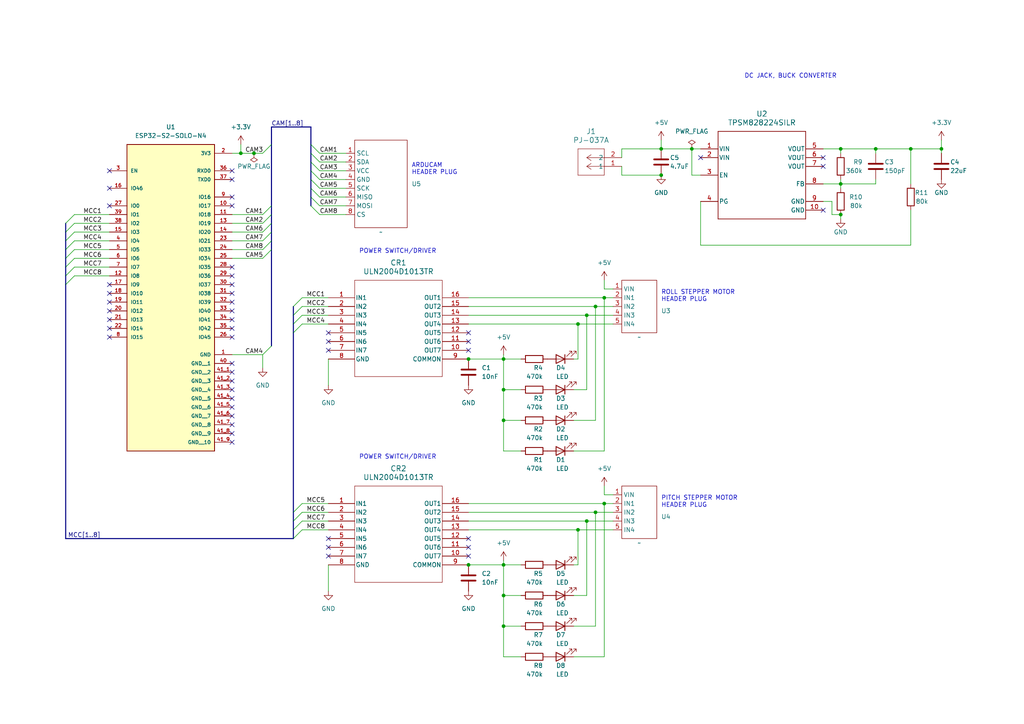
<source format=kicad_sch>
(kicad_sch (version 20230121) (generator eeschema)

  (uuid dc2c4645-1b1d-4511-83c5-10ec990d50da)

  (paper "A4")

  (lib_symbols
    (symbol "2024-03-16_02-37-32:TPSM828224SILR" (pin_names (offset 0.254)) (in_bom yes) (on_board yes)
      (property "Reference" "U" (at 0 2.54 0)
        (effects (font (size 1.524 1.524)))
      )
      (property "Value" "TPSM828224SILR" (at 0 0 0)
        (effects (font (size 1.524 1.524)))
      )
      (property "Footprint" "SIL0010D-MFG" (at 0 0 0)
        (effects (font (size 1.27 1.27) italic) hide)
      )
      (property "Datasheet" "TPSM828224SILR" (at 0 0 0)
        (effects (font (size 1.27 1.27) italic) hide)
      )
      (property "ki_locked" "" (at 0 0 0)
        (effects (font (size 1.27 1.27)))
      )
      (property "ki_keywords" "TPSM828224SILR" (at 0 0 0)
        (effects (font (size 1.27 1.27)) hide)
      )
      (property "ki_fp_filters" "SIL0010D-MFG" (at 0 0 0)
        (effects (font (size 1.27 1.27)) hide)
      )
      (symbol "TPSM828224SILR_0_1"
        (polyline
          (pts
            (xy 5.08 -20.32)
            (xy 30.48 -20.32)
          )
          (stroke (width 0.2032) (type default))
          (fill (type none))
        )
        (polyline
          (pts
            (xy 5.08 5.08)
            (xy 5.08 -20.32)
          )
          (stroke (width 0.2032) (type default))
          (fill (type none))
        )
        (polyline
          (pts
            (xy 30.48 -20.32)
            (xy 30.48 5.08)
          )
          (stroke (width 0.2032) (type default))
          (fill (type none))
        )
        (polyline
          (pts
            (xy 30.48 5.08)
            (xy 5.08 5.08)
          )
          (stroke (width 0.2032) (type default))
          (fill (type none))
        )
        (pin power_in line (at 0 0 0) (length 5.08)
          (name "VIN" (effects (font (size 1.27 1.27))))
          (number "1" (effects (font (size 1.27 1.27))))
        )
        (pin power_in line (at 35.56 -17.78 180) (length 5.08)
          (name "GND" (effects (font (size 1.27 1.27))))
          (number "10" (effects (font (size 1.27 1.27))))
        )
        (pin power_in line (at 0 -2.54 0) (length 5.08)
          (name "VIN" (effects (font (size 1.27 1.27))))
          (number "2" (effects (font (size 1.27 1.27))))
        )
        (pin input line (at 0 -7.62 0) (length 5.08)
          (name "EN" (effects (font (size 1.27 1.27))))
          (number "3" (effects (font (size 1.27 1.27))))
        )
        (pin open_collector line (at 0 -15.24 0) (length 5.08)
          (name "PG" (effects (font (size 1.27 1.27))))
          (number "4" (effects (font (size 1.27 1.27))))
        )
        (pin unspecified line (at 35.56 0 180) (length 5.08)
          (name "VOUT" (effects (font (size 1.27 1.27))))
          (number "5" (effects (font (size 1.27 1.27))))
        )
        (pin unspecified line (at 35.56 -2.54 180) (length 5.08)
          (name "VOUT" (effects (font (size 1.27 1.27))))
          (number "6" (effects (font (size 1.27 1.27))))
        )
        (pin unspecified line (at 35.56 -5.08 180) (length 5.08)
          (name "VOUT" (effects (font (size 1.27 1.27))))
          (number "7" (effects (font (size 1.27 1.27))))
        )
        (pin unspecified line (at 35.56 -10.16 180) (length 5.08)
          (name "FB" (effects (font (size 1.27 1.27))))
          (number "8" (effects (font (size 1.27 1.27))))
        )
        (pin power_in line (at 35.56 -15.24 180) (length 5.08)
          (name "GND" (effects (font (size 1.27 1.27))))
          (number "9" (effects (font (size 1.27 1.27))))
        )
      )
    )
    (symbol "2024-03-16_02-39-30:ULN2004D1013TR" (pin_names (offset 0.254)) (in_bom yes) (on_board yes)
      (property "Reference" "CR" (at 20.32 10.16 0)
        (effects (font (size 1.524 1.524)))
      )
      (property "Value" "ULN2004D1013TR" (at 20.32 7.62 0)
        (effects (font (size 1.524 1.524)))
      )
      (property "Footprint" "SO-16_STM" (at 0 0 0)
        (effects (font (size 1.27 1.27) italic) hide)
      )
      (property "Datasheet" "ULN2004D1013TR" (at 0 0 0)
        (effects (font (size 1.27 1.27) italic) hide)
      )
      (property "ki_locked" "" (at 0 0 0)
        (effects (font (size 1.27 1.27)))
      )
      (property "ki_keywords" "ULN2004D1013TR" (at 0 0 0)
        (effects (font (size 1.27 1.27)) hide)
      )
      (property "ki_fp_filters" "SO-16_STM SO-16_STM-M SO-16_STM-L" (at 0 0 0)
        (effects (font (size 1.27 1.27)) hide)
      )
      (symbol "ULN2004D1013TR_0_1"
        (polyline
          (pts
            (xy 7.62 -22.86)
            (xy 33.02 -22.86)
          )
          (stroke (width 0.127) (type default))
          (fill (type none))
        )
        (polyline
          (pts
            (xy 7.62 5.08)
            (xy 7.62 -22.86)
          )
          (stroke (width 0.127) (type default))
          (fill (type none))
        )
        (polyline
          (pts
            (xy 33.02 -22.86)
            (xy 33.02 5.08)
          )
          (stroke (width 0.127) (type default))
          (fill (type none))
        )
        (polyline
          (pts
            (xy 33.02 5.08)
            (xy 7.62 5.08)
          )
          (stroke (width 0.127) (type default))
          (fill (type none))
        )
        (pin input line (at 0 0 0) (length 7.62)
          (name "IN1" (effects (font (size 1.27 1.27))))
          (number "1" (effects (font (size 1.27 1.27))))
        )
        (pin output line (at 40.64 -15.24 180) (length 7.62)
          (name "OUT7" (effects (font (size 1.27 1.27))))
          (number "10" (effects (font (size 1.27 1.27))))
        )
        (pin output line (at 40.64 -12.7 180) (length 7.62)
          (name "OUT6" (effects (font (size 1.27 1.27))))
          (number "11" (effects (font (size 1.27 1.27))))
        )
        (pin output line (at 40.64 -10.16 180) (length 7.62)
          (name "OUT5" (effects (font (size 1.27 1.27))))
          (number "12" (effects (font (size 1.27 1.27))))
        )
        (pin output line (at 40.64 -7.62 180) (length 7.62)
          (name "OUT4" (effects (font (size 1.27 1.27))))
          (number "13" (effects (font (size 1.27 1.27))))
        )
        (pin output line (at 40.64 -5.08 180) (length 7.62)
          (name "OUT3" (effects (font (size 1.27 1.27))))
          (number "14" (effects (font (size 1.27 1.27))))
        )
        (pin output line (at 40.64 -2.54 180) (length 7.62)
          (name "OUT2" (effects (font (size 1.27 1.27))))
          (number "15" (effects (font (size 1.27 1.27))))
        )
        (pin output line (at 40.64 0 180) (length 7.62)
          (name "OUT1" (effects (font (size 1.27 1.27))))
          (number "16" (effects (font (size 1.27 1.27))))
        )
        (pin input line (at 0 -2.54 0) (length 7.62)
          (name "IN2" (effects (font (size 1.27 1.27))))
          (number "2" (effects (font (size 1.27 1.27))))
        )
        (pin input line (at 0 -5.08 0) (length 7.62)
          (name "IN3" (effects (font (size 1.27 1.27))))
          (number "3" (effects (font (size 1.27 1.27))))
        )
        (pin input line (at 0 -7.62 0) (length 7.62)
          (name "IN4" (effects (font (size 1.27 1.27))))
          (number "4" (effects (font (size 1.27 1.27))))
        )
        (pin input line (at 0 -10.16 0) (length 7.62)
          (name "IN5" (effects (font (size 1.27 1.27))))
          (number "5" (effects (font (size 1.27 1.27))))
        )
        (pin input line (at 0 -12.7 0) (length 7.62)
          (name "IN6" (effects (font (size 1.27 1.27))))
          (number "6" (effects (font (size 1.27 1.27))))
        )
        (pin input line (at 0 -15.24 0) (length 7.62)
          (name "IN7" (effects (font (size 1.27 1.27))))
          (number "7" (effects (font (size 1.27 1.27))))
        )
        (pin power_in line (at 0 -17.78 0) (length 7.62)
          (name "GND" (effects (font (size 1.27 1.27))))
          (number "8" (effects (font (size 1.27 1.27))))
        )
        (pin unspecified line (at 40.64 -17.78 180) (length 7.62)
          (name "COMMON" (effects (font (size 1.27 1.27))))
          (number "9" (effects (font (size 1.27 1.27))))
        )
      )
    )
    (symbol "Device:C" (pin_numbers hide) (pin_names (offset 0.254)) (in_bom yes) (on_board yes)
      (property "Reference" "C" (at 0.635 2.54 0)
        (effects (font (size 1.27 1.27)) (justify left))
      )
      (property "Value" "C" (at 0.635 -2.54 0)
        (effects (font (size 1.27 1.27)) (justify left))
      )
      (property "Footprint" "" (at 0.9652 -3.81 0)
        (effects (font (size 1.27 1.27)) hide)
      )
      (property "Datasheet" "~" (at 0 0 0)
        (effects (font (size 1.27 1.27)) hide)
      )
      (property "ki_keywords" "cap capacitor" (at 0 0 0)
        (effects (font (size 1.27 1.27)) hide)
      )
      (property "ki_description" "Unpolarized capacitor" (at 0 0 0)
        (effects (font (size 1.27 1.27)) hide)
      )
      (property "ki_fp_filters" "C_*" (at 0 0 0)
        (effects (font (size 1.27 1.27)) hide)
      )
      (symbol "C_0_1"
        (polyline
          (pts
            (xy -2.032 -0.762)
            (xy 2.032 -0.762)
          )
          (stroke (width 0.508) (type default))
          (fill (type none))
        )
        (polyline
          (pts
            (xy -2.032 0.762)
            (xy 2.032 0.762)
          )
          (stroke (width 0.508) (type default))
          (fill (type none))
        )
      )
      (symbol "C_1_1"
        (pin passive line (at 0 3.81 270) (length 2.794)
          (name "~" (effects (font (size 1.27 1.27))))
          (number "1" (effects (font (size 1.27 1.27))))
        )
        (pin passive line (at 0 -3.81 90) (length 2.794)
          (name "~" (effects (font (size 1.27 1.27))))
          (number "2" (effects (font (size 1.27 1.27))))
        )
      )
    )
    (symbol "Device:LED" (pin_numbers hide) (pin_names (offset 1.016) hide) (in_bom yes) (on_board yes)
      (property "Reference" "D" (at 0 2.54 0)
        (effects (font (size 1.27 1.27)))
      )
      (property "Value" "LED" (at 0 -2.54 0)
        (effects (font (size 1.27 1.27)))
      )
      (property "Footprint" "" (at 0 0 0)
        (effects (font (size 1.27 1.27)) hide)
      )
      (property "Datasheet" "~" (at 0 0 0)
        (effects (font (size 1.27 1.27)) hide)
      )
      (property "ki_keywords" "LED diode" (at 0 0 0)
        (effects (font (size 1.27 1.27)) hide)
      )
      (property "ki_description" "Light emitting diode" (at 0 0 0)
        (effects (font (size 1.27 1.27)) hide)
      )
      (property "ki_fp_filters" "LED* LED_SMD:* LED_THT:*" (at 0 0 0)
        (effects (font (size 1.27 1.27)) hide)
      )
      (symbol "LED_0_1"
        (polyline
          (pts
            (xy -1.27 -1.27)
            (xy -1.27 1.27)
          )
          (stroke (width 0.254) (type default))
          (fill (type none))
        )
        (polyline
          (pts
            (xy -1.27 0)
            (xy 1.27 0)
          )
          (stroke (width 0) (type default))
          (fill (type none))
        )
        (polyline
          (pts
            (xy 1.27 -1.27)
            (xy 1.27 1.27)
            (xy -1.27 0)
            (xy 1.27 -1.27)
          )
          (stroke (width 0.254) (type default))
          (fill (type none))
        )
        (polyline
          (pts
            (xy -3.048 -0.762)
            (xy -4.572 -2.286)
            (xy -3.81 -2.286)
            (xy -4.572 -2.286)
            (xy -4.572 -1.524)
          )
          (stroke (width 0) (type default))
          (fill (type none))
        )
        (polyline
          (pts
            (xy -1.778 -0.762)
            (xy -3.302 -2.286)
            (xy -2.54 -2.286)
            (xy -3.302 -2.286)
            (xy -3.302 -1.524)
          )
          (stroke (width 0) (type default))
          (fill (type none))
        )
      )
      (symbol "LED_1_1"
        (pin passive line (at -3.81 0 0) (length 2.54)
          (name "K" (effects (font (size 1.27 1.27))))
          (number "1" (effects (font (size 1.27 1.27))))
        )
        (pin passive line (at 3.81 0 180) (length 2.54)
          (name "A" (effects (font (size 1.27 1.27))))
          (number "2" (effects (font (size 1.27 1.27))))
        )
      )
    )
    (symbol "Device:R" (pin_numbers hide) (pin_names (offset 0)) (in_bom yes) (on_board yes)
      (property "Reference" "R" (at 2.032 0 90)
        (effects (font (size 1.27 1.27)))
      )
      (property "Value" "R" (at 0 0 90)
        (effects (font (size 1.27 1.27)))
      )
      (property "Footprint" "" (at -1.778 0 90)
        (effects (font (size 1.27 1.27)) hide)
      )
      (property "Datasheet" "~" (at 0 0 0)
        (effects (font (size 1.27 1.27)) hide)
      )
      (property "ki_keywords" "R res resistor" (at 0 0 0)
        (effects (font (size 1.27 1.27)) hide)
      )
      (property "ki_description" "Resistor" (at 0 0 0)
        (effects (font (size 1.27 1.27)) hide)
      )
      (property "ki_fp_filters" "R_*" (at 0 0 0)
        (effects (font (size 1.27 1.27)) hide)
      )
      (symbol "R_0_1"
        (rectangle (start -1.016 -2.54) (end 1.016 2.54)
          (stroke (width 0.254) (type default))
          (fill (type none))
        )
      )
      (symbol "R_1_1"
        (pin passive line (at 0 3.81 270) (length 1.27)
          (name "~" (effects (font (size 1.27 1.27))))
          (number "1" (effects (font (size 1.27 1.27))))
        )
        (pin passive line (at 0 -3.81 90) (length 1.27)
          (name "~" (effects (font (size 1.27 1.27))))
          (number "2" (effects (font (size 1.27 1.27))))
        )
      )
    )
    (symbol "ESP32-S2-SOLO-N4:ESP32-S2-SOLO-N4" (pin_names (offset 1.016)) (in_bom yes) (on_board yes)
      (property "Reference" "U" (at -12.7 33.782 0)
        (effects (font (size 1.27 1.27)) (justify left bottom))
      )
      (property "Value" "ESP32-S2-SOLO-N4" (at -12.7 -58.42 0)
        (effects (font (size 1.27 1.27)) (justify left bottom))
      )
      (property "Footprint" "ESP32-S2-SOLO-N4:XCVR_ESP32-S2-SOLO-N4" (at 0 0 0)
        (effects (font (size 1.27 1.27)) (justify bottom) hide)
      )
      (property "Datasheet" "" (at 0 0 0)
        (effects (font (size 1.27 1.27)) hide)
      )
      (property "PARTREV" "1.6" (at 0 0 0)
        (effects (font (size 1.27 1.27)) (justify bottom) hide)
      )
      (property "STANDARD" "Manufacturer Recommendations" (at 0 0 0)
        (effects (font (size 1.27 1.27)) (justify bottom) hide)
      )
      (property "MAXIMUM_PACKAGE_HEIGHT" "3.25 mm" (at 0 0 0)
        (effects (font (size 1.27 1.27)) (justify bottom) hide)
      )
      (property "MANUFACTURER" "Espressif Systems" (at 0 0 0)
        (effects (font (size 1.27 1.27)) (justify bottom) hide)
      )
      (symbol "ESP32-S2-SOLO-N4_0_0"
        (rectangle (start -12.7 -55.88) (end 12.7 33.02)
          (stroke (width 0.254) (type default))
          (fill (type background))
        )
        (pin power_in line (at 17.78 -27.94 180) (length 5.08)
          (name "GND" (effects (font (size 1.016 1.016))))
          (number "1" (effects (font (size 1.016 1.016))))
        )
        (pin bidirectional line (at 17.78 15.24 180) (length 5.08)
          (name "IO17" (effects (font (size 1.016 1.016))))
          (number "10" (effects (font (size 1.016 1.016))))
        )
        (pin bidirectional line (at 17.78 12.7 180) (length 5.08)
          (name "IO18" (effects (font (size 1.016 1.016))))
          (number "11" (effects (font (size 1.016 1.016))))
        )
        (pin bidirectional line (at -17.78 -5.08 0) (length 5.08)
          (name "IO8" (effects (font (size 1.016 1.016))))
          (number "12" (effects (font (size 1.016 1.016))))
        )
        (pin bidirectional line (at 17.78 10.16 180) (length 5.08)
          (name "IO19" (effects (font (size 1.016 1.016))))
          (number "13" (effects (font (size 1.016 1.016))))
        )
        (pin bidirectional line (at 17.78 7.62 180) (length 5.08)
          (name "IO20" (effects (font (size 1.016 1.016))))
          (number "14" (effects (font (size 1.016 1.016))))
        )
        (pin bidirectional line (at -17.78 7.62 0) (length 5.08)
          (name "IO3" (effects (font (size 1.016 1.016))))
          (number "15" (effects (font (size 1.016 1.016))))
        )
        (pin input line (at -17.78 20.32 0) (length 5.08)
          (name "IO46" (effects (font (size 1.016 1.016))))
          (number "16" (effects (font (size 1.016 1.016))))
        )
        (pin bidirectional line (at -17.78 -7.62 0) (length 5.08)
          (name "IO9" (effects (font (size 1.016 1.016))))
          (number "17" (effects (font (size 1.016 1.016))))
        )
        (pin bidirectional line (at -17.78 -10.16 0) (length 5.08)
          (name "IO10" (effects (font (size 1.016 1.016))))
          (number "18" (effects (font (size 1.016 1.016))))
        )
        (pin bidirectional line (at -17.78 -12.7 0) (length 5.08)
          (name "IO11" (effects (font (size 1.016 1.016))))
          (number "19" (effects (font (size 1.016 1.016))))
        )
        (pin power_in line (at 17.78 30.48 180) (length 5.08)
          (name "3V3" (effects (font (size 1.016 1.016))))
          (number "2" (effects (font (size 1.016 1.016))))
        )
        (pin bidirectional line (at -17.78 -15.24 0) (length 5.08)
          (name "IO12" (effects (font (size 1.016 1.016))))
          (number "20" (effects (font (size 1.016 1.016))))
        )
        (pin bidirectional line (at -17.78 -17.78 0) (length 5.08)
          (name "IO13" (effects (font (size 1.016 1.016))))
          (number "21" (effects (font (size 1.016 1.016))))
        )
        (pin bidirectional line (at -17.78 -20.32 0) (length 5.08)
          (name "IO14" (effects (font (size 1.016 1.016))))
          (number "22" (effects (font (size 1.016 1.016))))
        )
        (pin bidirectional line (at 17.78 5.08 180) (length 5.08)
          (name "IO21" (effects (font (size 1.016 1.016))))
          (number "23" (effects (font (size 1.016 1.016))))
        )
        (pin bidirectional line (at 17.78 2.54 180) (length 5.08)
          (name "IO33" (effects (font (size 1.016 1.016))))
          (number "24" (effects (font (size 1.016 1.016))))
        )
        (pin bidirectional line (at 17.78 0 180) (length 5.08)
          (name "IO34" (effects (font (size 1.016 1.016))))
          (number "25" (effects (font (size 1.016 1.016))))
        )
        (pin bidirectional line (at 17.78 -22.86 180) (length 5.08)
          (name "IO45" (effects (font (size 1.016 1.016))))
          (number "26" (effects (font (size 1.016 1.016))))
        )
        (pin bidirectional line (at -17.78 15.24 0) (length 5.08)
          (name "IO0" (effects (font (size 1.016 1.016))))
          (number "27" (effects (font (size 1.016 1.016))))
        )
        (pin bidirectional line (at 17.78 -2.54 180) (length 5.08)
          (name "IO35" (effects (font (size 1.016 1.016))))
          (number "28" (effects (font (size 1.016 1.016))))
        )
        (pin bidirectional line (at 17.78 -5.08 180) (length 5.08)
          (name "IO36" (effects (font (size 1.016 1.016))))
          (number "29" (effects (font (size 1.016 1.016))))
        )
        (pin input line (at -17.78 25.4 0) (length 5.08)
          (name "EN" (effects (font (size 1.016 1.016))))
          (number "3" (effects (font (size 1.016 1.016))))
        )
        (pin bidirectional line (at 17.78 -7.62 180) (length 5.08)
          (name "IO37" (effects (font (size 1.016 1.016))))
          (number "30" (effects (font (size 1.016 1.016))))
        )
        (pin bidirectional line (at 17.78 -10.16 180) (length 5.08)
          (name "IO38" (effects (font (size 1.016 1.016))))
          (number "31" (effects (font (size 1.016 1.016))))
        )
        (pin bidirectional line (at 17.78 -12.7 180) (length 5.08)
          (name "IO39" (effects (font (size 1.016 1.016))))
          (number "32" (effects (font (size 1.016 1.016))))
        )
        (pin bidirectional line (at 17.78 -15.24 180) (length 5.08)
          (name "IO40" (effects (font (size 1.016 1.016))))
          (number "33" (effects (font (size 1.016 1.016))))
        )
        (pin bidirectional line (at 17.78 -17.78 180) (length 5.08)
          (name "IO41" (effects (font (size 1.016 1.016))))
          (number "34" (effects (font (size 1.016 1.016))))
        )
        (pin bidirectional line (at 17.78 -20.32 180) (length 5.08)
          (name "IO42" (effects (font (size 1.016 1.016))))
          (number "35" (effects (font (size 1.016 1.016))))
        )
        (pin bidirectional line (at 17.78 25.4 180) (length 5.08)
          (name "RXD0" (effects (font (size 1.016 1.016))))
          (number "36" (effects (font (size 1.016 1.016))))
        )
        (pin bidirectional line (at 17.78 22.86 180) (length 5.08)
          (name "TXD0" (effects (font (size 1.016 1.016))))
          (number "37" (effects (font (size 1.016 1.016))))
        )
        (pin bidirectional line (at -17.78 10.16 0) (length 5.08)
          (name "IO2" (effects (font (size 1.016 1.016))))
          (number "38" (effects (font (size 1.016 1.016))))
        )
        (pin bidirectional line (at -17.78 12.7 0) (length 5.08)
          (name "IO1" (effects (font (size 1.016 1.016))))
          (number "39" (effects (font (size 1.016 1.016))))
        )
        (pin bidirectional line (at -17.78 5.08 0) (length 5.08)
          (name "IO4" (effects (font (size 1.016 1.016))))
          (number "4" (effects (font (size 1.016 1.016))))
        )
        (pin power_in line (at 17.78 -30.48 180) (length 5.08)
          (name "GND__1" (effects (font (size 1.016 1.016))))
          (number "40" (effects (font (size 1.016 1.016))))
        )
        (pin power_in line (at 17.78 -33.02 180) (length 5.08)
          (name "GND__2" (effects (font (size 1.016 1.016))))
          (number "41_1" (effects (font (size 1.016 1.016))))
        )
        (pin power_in line (at 17.78 -35.56 180) (length 5.08)
          (name "GND__3" (effects (font (size 1.016 1.016))))
          (number "41_2" (effects (font (size 1.016 1.016))))
        )
        (pin power_in line (at 17.78 -38.1 180) (length 5.08)
          (name "GND__4" (effects (font (size 1.016 1.016))))
          (number "41_3" (effects (font (size 1.016 1.016))))
        )
        (pin power_in line (at 17.78 -40.64 180) (length 5.08)
          (name "GND__5" (effects (font (size 1.016 1.016))))
          (number "41_4" (effects (font (size 1.016 1.016))))
        )
        (pin power_in line (at 17.78 -43.18 180) (length 5.08)
          (name "GND__6" (effects (font (size 1.016 1.016))))
          (number "41_5" (effects (font (size 1.016 1.016))))
        )
        (pin power_in line (at 17.78 -45.72 180) (length 5.08)
          (name "GND__7" (effects (font (size 1.016 1.016))))
          (number "41_6" (effects (font (size 1.016 1.016))))
        )
        (pin power_in line (at 17.78 -48.26 180) (length 5.08)
          (name "GND__8" (effects (font (size 1.016 1.016))))
          (number "41_7" (effects (font (size 1.016 1.016))))
        )
        (pin power_in line (at 17.78 -50.8 180) (length 5.08)
          (name "GND__9" (effects (font (size 1.016 1.016))))
          (number "41_8" (effects (font (size 1.016 1.016))))
        )
        (pin power_in line (at 17.78 -53.34 180) (length 5.08)
          (name "GND__10" (effects (font (size 1.016 1.016))))
          (number "41_9" (effects (font (size 1.016 1.016))))
        )
        (pin bidirectional line (at -17.78 2.54 0) (length 5.08)
          (name "IO5" (effects (font (size 1.016 1.016))))
          (number "5" (effects (font (size 1.016 1.016))))
        )
        (pin bidirectional line (at -17.78 0 0) (length 5.08)
          (name "IO6" (effects (font (size 1.016 1.016))))
          (number "6" (effects (font (size 1.016 1.016))))
        )
        (pin bidirectional line (at -17.78 -2.54 0) (length 5.08)
          (name "IO7" (effects (font (size 1.016 1.016))))
          (number "7" (effects (font (size 1.016 1.016))))
        )
        (pin bidirectional line (at -17.78 -22.86 0) (length 5.08)
          (name "IO15" (effects (font (size 1.016 1.016))))
          (number "8" (effects (font (size 1.016 1.016))))
        )
        (pin bidirectional line (at 17.78 17.78 180) (length 5.08)
          (name "IO16" (effects (font (size 1.016 1.016))))
          (number "9" (effects (font (size 1.016 1.016))))
        )
      )
    )
    (symbol "PJ-037A:PJ-037A" (pin_names (offset 0.254)) (in_bom yes) (on_board yes)
      (property "Reference" "J" (at 8.89 6.35 0)
        (effects (font (size 1.524 1.524)))
      )
      (property "Value" "PJ-037A" (at 0 0 0)
        (effects (font (size 1.524 1.524)))
      )
      (property "Footprint" "CONN1x2_PJ-037A_CUD" (at 0 0 0)
        (effects (font (size 1.27 1.27) italic) hide)
      )
      (property "Datasheet" "PJ-037A" (at 0 0 0)
        (effects (font (size 1.27 1.27) italic) hide)
      )
      (property "ki_locked" "" (at 0 0 0)
        (effects (font (size 1.27 1.27)))
      )
      (property "ki_keywords" "PJ-037A" (at 0 0 0)
        (effects (font (size 1.27 1.27)) hide)
      )
      (property "ki_fp_filters" "CONN1x2_PJ-037A_CUD" (at 0 0 0)
        (effects (font (size 1.27 1.27)) hide)
      )
      (symbol "PJ-037A_1_1"
        (polyline
          (pts
            (xy 5.08 -5.08)
            (xy 12.7 -5.08)
          )
          (stroke (width 0.127) (type default))
          (fill (type none))
        )
        (polyline
          (pts
            (xy 5.08 2.54)
            (xy 5.08 -5.08)
          )
          (stroke (width 0.127) (type default))
          (fill (type none))
        )
        (polyline
          (pts
            (xy 10.16 -2.54)
            (xy 5.08 -2.54)
          )
          (stroke (width 0.127) (type default))
          (fill (type none))
        )
        (polyline
          (pts
            (xy 10.16 -2.54)
            (xy 8.89 -3.3867)
          )
          (stroke (width 0.127) (type default))
          (fill (type none))
        )
        (polyline
          (pts
            (xy 10.16 -2.54)
            (xy 8.89 -1.6933)
          )
          (stroke (width 0.127) (type default))
          (fill (type none))
        )
        (polyline
          (pts
            (xy 10.16 0)
            (xy 5.08 0)
          )
          (stroke (width 0.127) (type default))
          (fill (type none))
        )
        (polyline
          (pts
            (xy 10.16 0)
            (xy 8.89 -0.8467)
          )
          (stroke (width 0.127) (type default))
          (fill (type none))
        )
        (polyline
          (pts
            (xy 10.16 0)
            (xy 8.89 0.8467)
          )
          (stroke (width 0.127) (type default))
          (fill (type none))
        )
        (polyline
          (pts
            (xy 12.7 -5.08)
            (xy 12.7 2.54)
          )
          (stroke (width 0.127) (type default))
          (fill (type none))
        )
        (polyline
          (pts
            (xy 12.7 2.54)
            (xy 5.08 2.54)
          )
          (stroke (width 0.127) (type default))
          (fill (type none))
        )
        (pin unspecified line (at 0 0 0) (length 5.08)
          (name "1" (effects (font (size 1.27 1.27))))
          (number "1" (effects (font (size 1.27 1.27))))
        )
        (pin unspecified line (at 0 -2.54 0) (length 5.08)
          (name "2" (effects (font (size 1.27 1.27))))
          (number "2" (effects (font (size 1.27 1.27))))
        )
      )
      (symbol "PJ-037A_1_2"
        (polyline
          (pts
            (xy 5.08 -5.08)
            (xy 12.7 -5.08)
          )
          (stroke (width 0.127) (type default))
          (fill (type none))
        )
        (polyline
          (pts
            (xy 5.08 2.54)
            (xy 5.08 -5.08)
          )
          (stroke (width 0.127) (type default))
          (fill (type none))
        )
        (polyline
          (pts
            (xy 7.62 -2.54)
            (xy 5.08 -2.54)
          )
          (stroke (width 0.127) (type default))
          (fill (type none))
        )
        (polyline
          (pts
            (xy 7.62 -2.54)
            (xy 8.89 -3.3867)
          )
          (stroke (width 0.127) (type default))
          (fill (type none))
        )
        (polyline
          (pts
            (xy 7.62 -2.54)
            (xy 8.89 -1.6933)
          )
          (stroke (width 0.127) (type default))
          (fill (type none))
        )
        (polyline
          (pts
            (xy 7.62 0)
            (xy 5.08 0)
          )
          (stroke (width 0.127) (type default))
          (fill (type none))
        )
        (polyline
          (pts
            (xy 7.62 0)
            (xy 8.89 -0.8467)
          )
          (stroke (width 0.127) (type default))
          (fill (type none))
        )
        (polyline
          (pts
            (xy 7.62 0)
            (xy 8.89 0.8467)
          )
          (stroke (width 0.127) (type default))
          (fill (type none))
        )
        (polyline
          (pts
            (xy 12.7 -5.08)
            (xy 12.7 2.54)
          )
          (stroke (width 0.127) (type default))
          (fill (type none))
        )
        (polyline
          (pts
            (xy 12.7 2.54)
            (xy 5.08 2.54)
          )
          (stroke (width 0.127) (type default))
          (fill (type none))
        )
        (pin unspecified line (at 0 0 0) (length 5.08)
          (name "1" (effects (font (size 1.27 1.27))))
          (number "1" (effects (font (size 1.27 1.27))))
        )
        (pin unspecified line (at 0 -2.54 0) (length 5.08)
          (name "2" (effects (font (size 1.27 1.27))))
          (number "2" (effects (font (size 1.27 1.27))))
        )
      )
    )
    (symbol "power:+3.3V" (power) (pin_names (offset 0)) (in_bom yes) (on_board yes)
      (property "Reference" "#PWR" (at 0 -3.81 0)
        (effects (font (size 1.27 1.27)) hide)
      )
      (property "Value" "+3.3V" (at 0 3.556 0)
        (effects (font (size 1.27 1.27)))
      )
      (property "Footprint" "" (at 0 0 0)
        (effects (font (size 1.27 1.27)) hide)
      )
      (property "Datasheet" "" (at 0 0 0)
        (effects (font (size 1.27 1.27)) hide)
      )
      (property "ki_keywords" "global power" (at 0 0 0)
        (effects (font (size 1.27 1.27)) hide)
      )
      (property "ki_description" "Power symbol creates a global label with name \"+3.3V\"" (at 0 0 0)
        (effects (font (size 1.27 1.27)) hide)
      )
      (symbol "+3.3V_0_1"
        (polyline
          (pts
            (xy -0.762 1.27)
            (xy 0 2.54)
          )
          (stroke (width 0) (type default))
          (fill (type none))
        )
        (polyline
          (pts
            (xy 0 0)
            (xy 0 2.54)
          )
          (stroke (width 0) (type default))
          (fill (type none))
        )
        (polyline
          (pts
            (xy 0 2.54)
            (xy 0.762 1.27)
          )
          (stroke (width 0) (type default))
          (fill (type none))
        )
      )
      (symbol "+3.3V_1_1"
        (pin power_in line (at 0 0 90) (length 0) hide
          (name "+3.3V" (effects (font (size 1.27 1.27))))
          (number "1" (effects (font (size 1.27 1.27))))
        )
      )
    )
    (symbol "power:+5V" (power) (pin_names (offset 0)) (in_bom yes) (on_board yes)
      (property "Reference" "#PWR" (at 0 -3.81 0)
        (effects (font (size 1.27 1.27)) hide)
      )
      (property "Value" "+5V" (at 0 3.556 0)
        (effects (font (size 1.27 1.27)))
      )
      (property "Footprint" "" (at 0 0 0)
        (effects (font (size 1.27 1.27)) hide)
      )
      (property "Datasheet" "" (at 0 0 0)
        (effects (font (size 1.27 1.27)) hide)
      )
      (property "ki_keywords" "global power" (at 0 0 0)
        (effects (font (size 1.27 1.27)) hide)
      )
      (property "ki_description" "Power symbol creates a global label with name \"+5V\"" (at 0 0 0)
        (effects (font (size 1.27 1.27)) hide)
      )
      (symbol "+5V_0_1"
        (polyline
          (pts
            (xy -0.762 1.27)
            (xy 0 2.54)
          )
          (stroke (width 0) (type default))
          (fill (type none))
        )
        (polyline
          (pts
            (xy 0 0)
            (xy 0 2.54)
          )
          (stroke (width 0) (type default))
          (fill (type none))
        )
        (polyline
          (pts
            (xy 0 2.54)
            (xy 0.762 1.27)
          )
          (stroke (width 0) (type default))
          (fill (type none))
        )
      )
      (symbol "+5V_1_1"
        (pin power_in line (at 0 0 90) (length 0) hide
          (name "+5V" (effects (font (size 1.27 1.27))))
          (number "1" (effects (font (size 1.27 1.27))))
        )
      )
    )
    (symbol "power:GND" (power) (pin_names (offset 0)) (in_bom yes) (on_board yes)
      (property "Reference" "#PWR" (at 0 -6.35 0)
        (effects (font (size 1.27 1.27)) hide)
      )
      (property "Value" "GND" (at 0 -3.81 0)
        (effects (font (size 1.27 1.27)))
      )
      (property "Footprint" "" (at 0 0 0)
        (effects (font (size 1.27 1.27)) hide)
      )
      (property "Datasheet" "" (at 0 0 0)
        (effects (font (size 1.27 1.27)) hide)
      )
      (property "ki_keywords" "global power" (at 0 0 0)
        (effects (font (size 1.27 1.27)) hide)
      )
      (property "ki_description" "Power symbol creates a global label with name \"GND\" , ground" (at 0 0 0)
        (effects (font (size 1.27 1.27)) hide)
      )
      (symbol "GND_0_1"
        (polyline
          (pts
            (xy 0 0)
            (xy 0 -1.27)
            (xy 1.27 -1.27)
            (xy 0 -2.54)
            (xy -1.27 -1.27)
            (xy 0 -1.27)
          )
          (stroke (width 0) (type default))
          (fill (type none))
        )
      )
      (symbol "GND_1_1"
        (pin power_in line (at 0 0 270) (length 0) hide
          (name "GND" (effects (font (size 1.27 1.27))))
          (number "1" (effects (font (size 1.27 1.27))))
        )
      )
    )
    (symbol "power:PWR_FLAG" (power) (pin_numbers hide) (pin_names (offset 0) hide) (in_bom yes) (on_board yes)
      (property "Reference" "#FLG" (at 0 1.905 0)
        (effects (font (size 1.27 1.27)) hide)
      )
      (property "Value" "PWR_FLAG" (at 0 3.81 0)
        (effects (font (size 1.27 1.27)))
      )
      (property "Footprint" "" (at 0 0 0)
        (effects (font (size 1.27 1.27)) hide)
      )
      (property "Datasheet" "~" (at 0 0 0)
        (effects (font (size 1.27 1.27)) hide)
      )
      (property "ki_keywords" "flag power" (at 0 0 0)
        (effects (font (size 1.27 1.27)) hide)
      )
      (property "ki_description" "Special symbol for telling ERC where power comes from" (at 0 0 0)
        (effects (font (size 1.27 1.27)) hide)
      )
      (symbol "PWR_FLAG_0_0"
        (pin power_out line (at 0 0 90) (length 0)
          (name "pwr" (effects (font (size 1.27 1.27))))
          (number "1" (effects (font (size 1.27 1.27))))
        )
      )
      (symbol "PWR_FLAG_0_1"
        (polyline
          (pts
            (xy 0 0)
            (xy 0 1.27)
            (xy -1.016 1.905)
            (xy 0 2.54)
            (xy 1.016 1.905)
            (xy 0 1.27)
          )
          (stroke (width 0) (type default))
          (fill (type none))
        )
      )
    )
    (symbol "stepper:28BYJ-48" (in_bom yes) (on_board yes)
      (property "Reference" "U" (at 0 0 0)
        (effects (font (size 1.27 1.27)))
      )
      (property "Value" "" (at 0 0 0)
        (effects (font (size 1.27 1.27)))
      )
      (property "Footprint" "" (at 0 0 0)
        (effects (font (size 1.27 1.27)) hide)
      )
      (property "Datasheet" "" (at 0 0 0)
        (effects (font (size 1.27 1.27)) hide)
      )
      (symbol "28BYJ-48_0_1"
        (rectangle (start -5.08 16.51) (end 5.08 1.27)
          (stroke (width 0) (type default))
          (fill (type none))
        )
      )
      (symbol "28BYJ-48_1_1"
        (pin input line (at -7.62 13.97 0) (length 2.54)
          (name "VIN" (effects (font (size 1.27 1.27))))
          (number "1" (effects (font (size 1.27 1.27))))
        )
        (pin input line (at -7.62 11.43 0) (length 2.54)
          (name "IN1" (effects (font (size 1.27 1.27))))
          (number "2" (effects (font (size 1.27 1.27))))
        )
        (pin input line (at -7.62 8.89 0) (length 2.54)
          (name "IN2" (effects (font (size 1.27 1.27))))
          (number "3" (effects (font (size 1.27 1.27))))
        )
        (pin input line (at -7.62 6.35 0) (length 2.54)
          (name "IN3" (effects (font (size 1.27 1.27))))
          (number "4" (effects (font (size 1.27 1.27))))
        )
        (pin input line (at -7.62 3.81 0) (length 2.54)
          (name "IN4" (effects (font (size 1.27 1.27))))
          (number "5" (effects (font (size 1.27 1.27))))
        )
      )
    )
    (symbol "stepper:OV2640" (in_bom yes) (on_board yes)
      (property "Reference" "U" (at 0 0 0)
        (effects (font (size 1.27 1.27)))
      )
      (property "Value" "" (at 0 0 0)
        (effects (font (size 1.27 1.27)))
      )
      (property "Footprint" "" (at 0 0 0)
        (effects (font (size 1.27 1.27)) hide)
      )
      (property "Datasheet" "" (at 0 0 0)
        (effects (font (size 1.27 1.27)) hide)
      )
      (symbol "OV2640_0_1"
        (rectangle (start -7.62 26.67) (end 7.62 1.27)
          (stroke (width 0) (type default))
          (fill (type none))
        )
      )
      (symbol "OV2640_1_1"
        (pin bidirectional line (at -10.16 22.86 0) (length 2.54)
          (name "SCL" (effects (font (size 1.27 1.27))))
          (number "1" (effects (font (size 1.27 1.27))))
        )
        (pin bidirectional line (at -10.16 20.32 0) (length 2.54)
          (name "SDA" (effects (font (size 1.27 1.27))))
          (number "2" (effects (font (size 1.27 1.27))))
        )
        (pin input line (at -10.16 17.78 0) (length 2.54)
          (name "VCC" (effects (font (size 1.27 1.27))))
          (number "3" (effects (font (size 1.27 1.27))))
        )
        (pin input line (at -10.16 15.24 0) (length 2.54)
          (name "GND" (effects (font (size 1.27 1.27))))
          (number "4" (effects (font (size 1.27 1.27))))
        )
        (pin bidirectional line (at -10.16 12.7 0) (length 2.54)
          (name "SCK" (effects (font (size 1.27 1.27))))
          (number "5" (effects (font (size 1.27 1.27))))
        )
        (pin bidirectional line (at -10.16 10.16 0) (length 2.54)
          (name "MISO" (effects (font (size 1.27 1.27))))
          (number "6" (effects (font (size 1.27 1.27))))
        )
        (pin bidirectional line (at -10.16 7.62 0) (length 2.54)
          (name "MOSI" (effects (font (size 1.27 1.27))))
          (number "7" (effects (font (size 1.27 1.27))))
        )
        (pin bidirectional line (at -10.16 5.08 0) (length 2.54)
          (name "CS" (effects (font (size 1.27 1.27))))
          (number "8" (effects (font (size 1.27 1.27))))
        )
      )
    )
  )

  (junction (at 135.89 104.14) (diameter 0) (color 0 0 0 0)
    (uuid 13b8852d-180e-44b0-b10c-458214e15284)
  )
  (junction (at 146.05 172.72) (diameter 0) (color 0 0 0 0)
    (uuid 1e921b02-f180-490f-b996-f154a9fd7939)
  )
  (junction (at 191.77 50.8) (diameter 0) (color 0 0 0 0)
    (uuid 2055b102-f8a3-4068-968c-275ab562ad2f)
  )
  (junction (at 135.89 163.83) (diameter 0) (color 0 0 0 0)
    (uuid 2e5c091a-8e8a-4976-90a2-f4e65d53f713)
  )
  (junction (at 170.18 151.13) (diameter 0) (color 0 0 0 0)
    (uuid 409c1f9b-89ab-4245-98cf-bc5f2933636c)
  )
  (junction (at 146.05 104.14) (diameter 0) (color 0 0 0 0)
    (uuid 40d849bd-7325-43d6-814d-eb9088b370ad)
  )
  (junction (at 264.16 43.18) (diameter 0) (color 0 0 0 0)
    (uuid 451753ce-da0f-4b46-aace-4d453a7aac6d)
  )
  (junction (at 146.05 113.03) (diameter 0) (color 0 0 0 0)
    (uuid 4835bcfc-18bb-4e84-a0c1-0829ec328b65)
  )
  (junction (at 146.05 181.61) (diameter 0) (color 0 0 0 0)
    (uuid 4a316f2c-58b5-42a6-ae4d-63ac19aab519)
  )
  (junction (at 243.84 62.23) (diameter 0) (color 0 0 0 0)
    (uuid 4d888391-49f7-4a8e-a0a6-3e2963adb2e3)
  )
  (junction (at 167.64 153.67) (diameter 0) (color 0 0 0 0)
    (uuid 56d874db-01c8-49de-9120-77a4e6f70648)
  )
  (junction (at 167.64 93.98) (diameter 0) (color 0 0 0 0)
    (uuid 72f4337f-e08c-4a06-8b07-3fa5e17c8009)
  )
  (junction (at 146.05 163.83) (diameter 0) (color 0 0 0 0)
    (uuid 9f118999-c6d8-4753-a61f-044ff278a512)
  )
  (junction (at 172.72 88.9) (diameter 0) (color 0 0 0 0)
    (uuid a8ff6564-1b5e-4c98-a00a-4b301310d399)
  )
  (junction (at 175.26 86.36) (diameter 0) (color 0 0 0 0)
    (uuid a9494fc2-4190-407d-a3c4-e1dffc685346)
  )
  (junction (at 254 43.18) (diameter 0) (color 0 0 0 0)
    (uuid aa9d97fe-7c2d-4f9a-9800-c83b0a845505)
  )
  (junction (at 175.26 146.05) (diameter 0) (color 0 0 0 0)
    (uuid ace23850-48b9-41e3-a63f-c843b7dc68bf)
  )
  (junction (at 146.05 121.92) (diameter 0) (color 0 0 0 0)
    (uuid b1f36bc3-eb6c-4a29-8dc9-17c50013f273)
  )
  (junction (at 200.66 43.18) (diameter 0) (color 0 0 0 0)
    (uuid c9302846-a449-4748-a9b8-6d6c12920bc9)
  )
  (junction (at 172.72 148.59) (diameter 0) (color 0 0 0 0)
    (uuid d03fecc0-ff51-499c-a068-f78ca71f1842)
  )
  (junction (at 191.77 43.18) (diameter 0) (color 0 0 0 0)
    (uuid d5749962-89a8-48dc-a047-f5eaab6180d1)
  )
  (junction (at 73.66 44.45) (diameter 0) (color 0 0 0 0)
    (uuid db229dbc-b4ed-4264-80ab-8c444454a22b)
  )
  (junction (at 243.84 53.34) (diameter 0) (color 0 0 0 0)
    (uuid ed9777b3-6011-404b-ad47-2cdd9e73e990)
  )
  (junction (at 273.05 43.18) (diameter 0) (color 0 0 0 0)
    (uuid f0c3d16d-ac0f-4b45-85f9-c28b0b3360d9)
  )
  (junction (at 69.85 44.45) (diameter 0) (color 0 0 0 0)
    (uuid f2c8e8e3-485e-4394-b509-9f275ba9a359)
  )
  (junction (at 243.84 43.18) (diameter 0) (color 0 0 0 0)
    (uuid f7d49844-2407-49f5-bf6a-3a62ef99679b)
  )
  (junction (at 170.18 91.44) (diameter 0) (color 0 0 0 0)
    (uuid f8778c7d-99ac-4078-a9b5-a9e73e6ac942)
  )

  (no_connect (at 31.75 85.09) (uuid 014800fa-7853-40ab-b851-a47e8e1e457b))
  (no_connect (at 67.31 49.53) (uuid 018f1b74-8402-46fd-9712-55540882ecd0))
  (no_connect (at 67.31 113.03) (uuid 0585c3d4-097e-491f-9575-1892128e50cc))
  (no_connect (at 67.31 105.41) (uuid 0bc3ad5d-fc08-48b4-b1f4-64ec349bea15))
  (no_connect (at 31.75 82.55) (uuid 0f72fbbd-8402-410c-9fed-0c56e5243e81))
  (no_connect (at 67.31 90.17) (uuid 11c063b2-c0ff-4071-b313-a04a452ae512))
  (no_connect (at 95.25 156.21) (uuid 15f10116-c39f-41a2-bde6-ab165fe85fe5))
  (no_connect (at 67.31 57.15) (uuid 165ab35f-54f9-4c26-a67b-e3d26c4aafeb))
  (no_connect (at 67.31 59.69) (uuid 18b815c7-41c6-4a1f-9a84-563791484071))
  (no_connect (at 135.89 96.52) (uuid 1ec7027b-d93a-462f-a3d8-63f7995d561a))
  (no_connect (at 135.89 99.06) (uuid 24c59218-e406-4ee6-9221-cf999d93b914))
  (no_connect (at 67.31 115.57) (uuid 2948f9de-3454-4619-935d-b34ef7b8d6e3))
  (no_connect (at 67.31 125.73) (uuid 38ea104b-8424-4470-acbf-c321ecd128ec))
  (no_connect (at 31.75 92.71) (uuid 3a00c93e-84d8-4e9e-b92f-72c435a17efe))
  (no_connect (at 67.31 97.79) (uuid 409b7e67-eaaa-4a39-a963-a70eeabe2368))
  (no_connect (at 135.89 158.75) (uuid 41e0ceae-5313-47d1-baa3-b0f3b60bf256))
  (no_connect (at 135.89 101.6) (uuid 4336b4b9-0473-4f33-818e-4fe163879f29))
  (no_connect (at 95.25 161.29) (uuid 44288644-56b3-4a39-8316-408b2687aefc))
  (no_connect (at 238.76 48.26) (uuid 490dfc42-9ae5-4962-86e3-b8a4db122d96))
  (no_connect (at 31.75 90.17) (uuid 528f56cf-9761-40da-a8ed-e39f2c9b27e9))
  (no_connect (at 135.89 156.21) (uuid 6d18a894-cab5-41de-980b-4da5f8ead3c3))
  (no_connect (at 67.31 87.63) (uuid 7ab9f6c6-273e-4c75-9a43-9cfe4e703d3f))
  (no_connect (at 67.31 52.07) (uuid 846c9e7c-ca48-4172-8da5-9a8687305dac))
  (no_connect (at 31.75 97.79) (uuid 8890a4c1-7cb7-4381-94f7-eec939a40782))
  (no_connect (at 135.89 161.29) (uuid 8e819fac-404b-497a-bd3d-18b3215233b7))
  (no_connect (at 31.75 49.53) (uuid 94d43bb3-a387-49ad-b645-8093aa2ced6a))
  (no_connect (at 67.31 110.49) (uuid 99a2b086-e81e-460f-ac4c-927d69815de6))
  (no_connect (at 31.75 95.25) (uuid a0c1d900-ec9d-4faf-a412-de97f9440b87))
  (no_connect (at 67.31 80.01) (uuid a149be00-ff3a-4447-b65a-2025003c63b4))
  (no_connect (at 95.25 96.52) (uuid a52a7cce-1148-4d40-a5cb-7156bff1521c))
  (no_connect (at 67.31 95.25) (uuid a52bf9a7-6440-46b5-89fd-73f488107e54))
  (no_connect (at 67.31 118.11) (uuid a54113db-1477-497e-bd56-137794c7ec38))
  (no_connect (at 31.75 54.61) (uuid ac58dc7e-e684-4b30-8df2-43d34a872b0f))
  (no_connect (at 67.31 107.95) (uuid ac903670-7f53-49c8-81e2-7938d9a03a70))
  (no_connect (at 238.76 60.96) (uuid b3c99608-6e33-4992-8c77-a7722cf76175))
  (no_connect (at 95.25 99.06) (uuid bd377c91-4239-4994-901b-e82a0727365d))
  (no_connect (at 67.31 123.19) (uuid bfdf3ea7-e3ea-4fe4-b9ca-f57130b68ab0))
  (no_connect (at 67.31 85.09) (uuid c9242a18-130d-4276-a1df-4cc3c92f905d))
  (no_connect (at 203.2 45.72) (uuid c9914361-9ab0-46c1-b4e4-63008d872ef6))
  (no_connect (at 67.31 77.47) (uuid dc5ef3d9-9fc3-45a8-bd44-7678b45eb677))
  (no_connect (at 67.31 82.55) (uuid de237d29-7b18-4575-b615-298a107fe6a1))
  (no_connect (at 95.25 101.6) (uuid e005df86-6f36-41b8-ad34-0bd1549b686d))
  (no_connect (at 67.31 128.27) (uuid e34db567-e720-4e18-803a-edb23a6129e1))
  (no_connect (at 67.31 120.65) (uuid e82c0c78-0ed7-4e77-a477-20d97470dcf2))
  (no_connect (at 95.25 158.75) (uuid f01fdf94-1625-45f4-8d8a-efba96df0d46))
  (no_connect (at 67.31 92.71) (uuid f1b985dc-479d-4616-bdda-85f468f9a34d))
  (no_connect (at 31.75 59.69) (uuid f30f74a7-5786-451e-9acd-a11fda6b4990))
  (no_connect (at 238.76 45.72) (uuid fad92ba8-5f15-461a-bcf1-745880ef51ed))
  (no_connect (at 31.75 87.63) (uuid fc77d451-40ff-4e8e-9dbf-2ac96dbb6d4d))

  (bus_entry (at 19.05 72.39) (size 2.54 -2.54)
    (stroke (width 0) (type default))
    (uuid 057bad09-d5f7-46ef-a869-246e40593177)
  )
  (bus_entry (at 85.09 88.9) (size 2.54 -2.54)
    (stroke (width 0) (type default))
    (uuid 1762b3c5-15ea-45bf-97a1-30f17a54d75d)
  )
  (bus_entry (at 85.09 151.13) (size 2.54 -2.54)
    (stroke (width 0) (type default))
    (uuid 1f5e20d7-8a96-43f3-8115-c0b6e371eb2f)
  )
  (bus_entry (at 19.05 69.85) (size 2.54 -2.54)
    (stroke (width 0) (type default))
    (uuid 25ea7e48-2ceb-467e-9b51-6ca0e6b34308)
  )
  (bus_entry (at 85.09 93.98) (size 2.54 -2.54)
    (stroke (width 0) (type default))
    (uuid 2fb7aba7-5c5a-42ec-8354-a955a0081438)
  )
  (bus_entry (at 85.09 156.21) (size 2.54 -2.54)
    (stroke (width 0) (type default))
    (uuid 329a31c1-4ace-4c8c-89ab-021cda368060)
  )
  (bus_entry (at 19.05 67.31) (size 2.54 -2.54)
    (stroke (width 0) (type default))
    (uuid 350f64b0-985d-4f78-95ca-4256b9ef5cd2)
  )
  (bus_entry (at 90.17 46.99) (size 2.54 2.54)
    (stroke (width 0) (type default))
    (uuid 3cfa15af-f2e2-4e57-af30-e02e0b51fc43)
  )
  (bus_entry (at 19.05 77.47) (size 2.54 -2.54)
    (stroke (width 0) (type default))
    (uuid 411c9756-ec8c-49f9-848d-2adc84a3153b)
  )
  (bus_entry (at 78.74 69.85) (size -2.54 2.54)
    (stroke (width 0) (type default))
    (uuid 4ef24fa8-6145-4c39-b046-84d1f520f7b7)
  )
  (bus_entry (at 78.74 67.31) (size -2.54 2.54)
    (stroke (width 0) (type default))
    (uuid 50bad359-b03c-4f74-9866-a1634c139156)
  )
  (bus_entry (at 90.17 49.53) (size 2.54 2.54)
    (stroke (width 0) (type default))
    (uuid 5ad3d708-9030-45ac-8f90-a5a3ff3e2fe7)
  )
  (bus_entry (at 90.17 41.91) (size 2.54 2.54)
    (stroke (width 0) (type default))
    (uuid 621c3f99-2dbc-403b-bf60-b14111405633)
  )
  (bus_entry (at 78.74 59.69) (size -2.54 2.54)
    (stroke (width 0) (type default))
    (uuid 66949b37-4ec9-4265-b493-95ed6c3c2022)
  )
  (bus_entry (at 90.17 57.15) (size 2.54 2.54)
    (stroke (width 0) (type default))
    (uuid 675244ba-64d9-45f5-b155-97d9cca9d1fb)
  )
  (bus_entry (at 85.09 91.44) (size 2.54 -2.54)
    (stroke (width 0) (type default))
    (uuid 69c5f80b-7999-4cd8-8a53-57c1229875a9)
  )
  (bus_entry (at 85.09 96.52) (size 2.54 -2.54)
    (stroke (width 0) (type default))
    (uuid 6de3d612-8176-4752-8848-c6c4eb9b3d9c)
  )
  (bus_entry (at 78.74 62.23) (size -2.54 2.54)
    (stroke (width 0) (type default))
    (uuid 729c8706-deb6-4702-a984-680a5466e683)
  )
  (bus_entry (at 19.05 80.01) (size 2.54 -2.54)
    (stroke (width 0) (type default))
    (uuid 889fae74-7f1c-4243-826d-c4518b23907c)
  )
  (bus_entry (at 19.05 82.55) (size 2.54 -2.54)
    (stroke (width 0) (type default))
    (uuid 8d56ac27-af56-45b3-90ea-ec71ed91e4b7)
  )
  (bus_entry (at 90.17 44.45) (size 2.54 2.54)
    (stroke (width 0) (type default))
    (uuid 8ec076bf-e858-45a0-8bc0-07d354ad50d5)
  )
  (bus_entry (at 90.17 54.61) (size 2.54 2.54)
    (stroke (width 0) (type default))
    (uuid 91062b3d-0f80-4af5-ab50-0966bd48cea3)
  )
  (bus_entry (at 19.05 74.93) (size 2.54 -2.54)
    (stroke (width 0) (type default))
    (uuid 9b79b39b-d1a4-4e29-92bb-90c138e0d631)
  )
  (bus_entry (at 78.74 72.39) (size -2.54 2.54)
    (stroke (width 0) (type default))
    (uuid a1704863-1cae-49d9-9803-0ea94a09c18c)
  )
  (bus_entry (at 78.74 41.91) (size -2.54 2.54)
    (stroke (width 0) (type default))
    (uuid a1f83c02-050f-4478-a316-8081eb32b1ff)
  )
  (bus_entry (at 85.09 153.67) (size 2.54 -2.54)
    (stroke (width 0) (type default))
    (uuid b75401c5-bae5-4631-9160-a118c25b917e)
  )
  (bus_entry (at 85.09 148.59) (size 2.54 -2.54)
    (stroke (width 0) (type default))
    (uuid c3a49b95-80e7-4ddc-ae41-440d76497e87)
  )
  (bus_entry (at 19.05 64.77) (size 2.54 -2.54)
    (stroke (width 0) (type default))
    (uuid ca9d6886-ec49-4622-8057-b67762cf9782)
  )
  (bus_entry (at 78.74 64.77) (size -2.54 2.54)
    (stroke (width 0) (type default))
    (uuid cb84dece-ea3b-4145-9535-4aaebb26e68f)
  )
  (bus_entry (at 78.74 100.33) (size -2.54 2.54)
    (stroke (width 0) (type default))
    (uuid ef4b8b77-1d5d-446f-bce4-3bc814201d4b)
  )
  (bus_entry (at 90.17 52.07) (size 2.54 2.54)
    (stroke (width 0) (type default))
    (uuid efa2b11c-9c1e-45e9-9cc5-55ca37f86443)
  )
  (bus_entry (at 90.17 59.69) (size 2.54 2.54)
    (stroke (width 0) (type default))
    (uuid fd734c99-9854-4417-876a-b93cc684ccc9)
  )

  (wire (pts (xy 146.05 104.14) (xy 146.05 113.03))
    (stroke (width 0) (type default))
    (uuid 0b127352-0775-43fe-9cd9-dcb8dd5731ed)
  )
  (wire (pts (xy 146.05 130.81) (xy 151.13 130.81))
    (stroke (width 0) (type default))
    (uuid 0d6cb8c2-9a82-4816-9f1b-40e4fa59ba1d)
  )
  (wire (pts (xy 167.64 153.67) (xy 167.64 163.83))
    (stroke (width 0) (type default))
    (uuid 0db9b3a2-0628-4452-b351-a67a5f09bc9c)
  )
  (wire (pts (xy 191.77 40.64) (xy 191.77 43.18))
    (stroke (width 0) (type default))
    (uuid 0dcce3c2-8fb9-4de7-a59d-ef5f3712cb24)
  )
  (wire (pts (xy 243.84 53.34) (xy 254 53.34))
    (stroke (width 0) (type default))
    (uuid 0fc69582-8979-4b5a-b14a-f08a703a6999)
  )
  (wire (pts (xy 21.59 74.93) (xy 31.75 74.93))
    (stroke (width 0) (type default))
    (uuid 10232a3b-7de1-484b-b942-aecf70a5125e)
  )
  (wire (pts (xy 135.89 88.9) (xy 172.72 88.9))
    (stroke (width 0) (type default))
    (uuid 1048e981-35bc-4af2-abf0-1005c8d73391)
  )
  (wire (pts (xy 170.18 151.13) (xy 170.18 172.72))
    (stroke (width 0) (type default))
    (uuid 11b8cfb4-797a-4347-9ba8-b0014d0ab80f)
  )
  (wire (pts (xy 175.26 143.51) (xy 177.8 143.51))
    (stroke (width 0) (type default))
    (uuid 122183ab-6774-4b60-a12f-41b1f7860fc3)
  )
  (wire (pts (xy 166.37 181.61) (xy 172.72 181.61))
    (stroke (width 0) (type default))
    (uuid 12e308ee-cc94-44c3-ab09-156d1ce93567)
  )
  (wire (pts (xy 167.64 153.67) (xy 177.8 153.67))
    (stroke (width 0) (type default))
    (uuid 1374edbc-bd08-4603-8361-4a875cf1cf5d)
  )
  (wire (pts (xy 146.05 113.03) (xy 146.05 121.92))
    (stroke (width 0) (type default))
    (uuid 13b2a2e7-f8ed-4d72-86f4-cba331831cf1)
  )
  (bus (pts (xy 90.17 52.07) (xy 90.17 54.61))
    (stroke (width 0) (type default))
    (uuid 13b2c7fb-005d-4160-b58f-a58701d3efe4)
  )

  (wire (pts (xy 76.2 102.87) (xy 76.2 106.68))
    (stroke (width 0) (type default))
    (uuid 148f6bdb-7b0b-4366-b0dc-a7a3f760d477)
  )
  (wire (pts (xy 203.2 50.8) (xy 200.66 50.8))
    (stroke (width 0) (type default))
    (uuid 149794e3-4e94-49f0-8ac4-e4146540aa74)
  )
  (wire (pts (xy 67.31 64.77) (xy 76.2 64.77))
    (stroke (width 0) (type default))
    (uuid 15608a88-1e93-4e46-b7b2-4f82ac4d9a5f)
  )
  (wire (pts (xy 203.2 71.12) (xy 264.16 71.12))
    (stroke (width 0) (type default))
    (uuid 19eeeb11-1bf1-4f29-b74d-a2a2a9a17db6)
  )
  (wire (pts (xy 243.84 52.07) (xy 243.84 53.34))
    (stroke (width 0) (type default))
    (uuid 1a031f67-28c7-4024-b195-a0be471ccdee)
  )
  (wire (pts (xy 92.71 54.61) (xy 100.33 54.61))
    (stroke (width 0) (type default))
    (uuid 1a50cd10-f8c2-4cd3-92bf-8dd32d2ff99f)
  )
  (wire (pts (xy 135.89 93.98) (xy 167.64 93.98))
    (stroke (width 0) (type default))
    (uuid 1b0bb54b-6c67-414e-9b13-0ec0dda4238f)
  )
  (wire (pts (xy 200.66 43.18) (xy 203.2 43.18))
    (stroke (width 0) (type default))
    (uuid 1b8aad69-3bff-4a64-ba87-6e8286a9cb77)
  )
  (wire (pts (xy 92.71 49.53) (xy 100.33 49.53))
    (stroke (width 0) (type default))
    (uuid 1c75c091-4b6a-44ba-840f-bf536f0d0aa5)
  )
  (wire (pts (xy 172.72 148.59) (xy 177.8 148.59))
    (stroke (width 0) (type default))
    (uuid 1d8ef981-3e0e-436e-87b7-364d7f7c90dd)
  )
  (wire (pts (xy 264.16 53.34) (xy 264.16 43.18))
    (stroke (width 0) (type default))
    (uuid 1e26093f-d27d-486a-8f9a-95ee1451ef94)
  )
  (wire (pts (xy 92.71 46.99) (xy 100.33 46.99))
    (stroke (width 0) (type default))
    (uuid 1f537fae-7113-4dfa-bc65-1ff4d8d1b39f)
  )
  (wire (pts (xy 135.89 86.36) (xy 175.26 86.36))
    (stroke (width 0) (type default))
    (uuid 1fe5e1dd-4c1f-48cc-a4d5-b743c0663a27)
  )
  (wire (pts (xy 146.05 121.92) (xy 151.13 121.92))
    (stroke (width 0) (type default))
    (uuid 21b709a7-672a-4602-bb7a-715767afec00)
  )
  (bus (pts (xy 19.05 82.55) (xy 19.05 156.21))
    (stroke (width 0) (type default))
    (uuid 21f0aed7-e760-41bc-b4b7-9d80ce59bb83)
  )

  (wire (pts (xy 21.59 69.85) (xy 31.75 69.85))
    (stroke (width 0) (type default))
    (uuid 21f4543b-baa0-49bd-b0d5-3b26c7a5fa49)
  )
  (bus (pts (xy 78.74 67.31) (xy 78.74 69.85))
    (stroke (width 0) (type default))
    (uuid 22397efe-8a19-4d34-aadb-e9b886cf1b80)
  )

  (wire (pts (xy 243.84 43.18) (xy 243.84 44.45))
    (stroke (width 0) (type default))
    (uuid 229d7aea-a5c5-473c-a5b2-71642636126c)
  )
  (wire (pts (xy 264.16 43.18) (xy 273.05 43.18))
    (stroke (width 0) (type default))
    (uuid 28801bd7-f145-4773-9912-cdbbd79c468c)
  )
  (wire (pts (xy 241.3 58.42) (xy 241.3 62.23))
    (stroke (width 0) (type default))
    (uuid 29b2177b-8d51-45fe-be6f-3526f9657281)
  )
  (bus (pts (xy 90.17 44.45) (xy 90.17 46.99))
    (stroke (width 0) (type default))
    (uuid 2ffe9db9-704b-4f09-88be-a54f2d957fc5)
  )

  (wire (pts (xy 200.66 43.18) (xy 200.66 50.8))
    (stroke (width 0) (type default))
    (uuid 31276c0b-fdc0-4fda-8fcb-f229a6333d09)
  )
  (wire (pts (xy 146.05 181.61) (xy 151.13 181.61))
    (stroke (width 0) (type default))
    (uuid 33d75ead-f227-4981-8a6c-9f01c8c1d6f2)
  )
  (wire (pts (xy 67.31 102.87) (xy 76.2 102.87))
    (stroke (width 0) (type default))
    (uuid 35280c2d-5cba-4a26-ac35-a22613130653)
  )
  (wire (pts (xy 21.59 80.01) (xy 31.75 80.01))
    (stroke (width 0) (type default))
    (uuid 36378034-195e-4349-821e-f440524fb1fd)
  )
  (wire (pts (xy 146.05 172.72) (xy 151.13 172.72))
    (stroke (width 0) (type default))
    (uuid 36837a3e-a784-4f3e-a80e-d15cc92df13d)
  )
  (wire (pts (xy 166.37 121.92) (xy 172.72 121.92))
    (stroke (width 0) (type default))
    (uuid 37bee25a-fd47-4c17-86b1-c10f9a93dee0)
  )
  (bus (pts (xy 19.05 67.31) (xy 19.05 69.85))
    (stroke (width 0) (type default))
    (uuid 3922d74f-550f-43f0-b479-e9f7b2ff6b35)
  )

  (wire (pts (xy 92.71 59.69) (xy 100.33 59.69))
    (stroke (width 0) (type default))
    (uuid 3c914524-41d6-4c96-9ef8-89132ceaec18)
  )
  (bus (pts (xy 85.09 88.9) (xy 85.09 91.44))
    (stroke (width 0) (type default))
    (uuid 3f7d0020-bfd8-4eca-974e-92585edd1f20)
  )

  (wire (pts (xy 254 52.07) (xy 254 53.34))
    (stroke (width 0) (type default))
    (uuid 435198a6-d7e6-4aeb-9db8-08e3cdb969aa)
  )
  (wire (pts (xy 166.37 130.81) (xy 175.26 130.81))
    (stroke (width 0) (type default))
    (uuid 44a1a3f9-12fb-4174-b5c2-26ad4207f6c0)
  )
  (wire (pts (xy 135.89 146.05) (xy 175.26 146.05))
    (stroke (width 0) (type default))
    (uuid 45122b05-5385-4fc0-ab85-7005a0c9aee8)
  )
  (wire (pts (xy 175.26 86.36) (xy 177.8 86.36))
    (stroke (width 0) (type default))
    (uuid 475f1959-ab42-441d-8c12-04c8425e247f)
  )
  (bus (pts (xy 78.74 41.91) (xy 78.74 59.69))
    (stroke (width 0) (type default))
    (uuid 480ad1e9-0379-4f46-b021-b14d1efd9877)
  )
  (bus (pts (xy 78.74 69.85) (xy 78.74 72.39))
    (stroke (width 0) (type default))
    (uuid 4a6140e9-6dd4-42b0-95ca-9fa3d98dad61)
  )

  (wire (pts (xy 167.64 93.98) (xy 177.8 93.98))
    (stroke (width 0) (type default))
    (uuid 5261a7e7-49e7-408d-b8d7-e240c87e57d0)
  )
  (wire (pts (xy 92.71 62.23) (xy 100.33 62.23))
    (stroke (width 0) (type default))
    (uuid 52f0b617-6a07-441b-884a-cc48a81a42e3)
  )
  (wire (pts (xy 175.26 140.97) (xy 175.26 143.51))
    (stroke (width 0) (type default))
    (uuid 53699d6a-93a6-4f78-b9a0-07a4af899510)
  )
  (wire (pts (xy 146.05 172.72) (xy 146.05 181.61))
    (stroke (width 0) (type default))
    (uuid 543580d3-ea71-4b38-a493-7216ae95cc2d)
  )
  (bus (pts (xy 90.17 57.15) (xy 90.17 59.69))
    (stroke (width 0) (type default))
    (uuid 550040e9-64e6-448d-b41a-24d9b68fda2d)
  )

  (wire (pts (xy 92.71 57.15) (xy 100.33 57.15))
    (stroke (width 0) (type default))
    (uuid 591d11d0-4857-4cc3-81cb-d633f67ff5ba)
  )
  (wire (pts (xy 135.89 153.67) (xy 167.64 153.67))
    (stroke (width 0) (type default))
    (uuid 597cd128-e9e5-4922-a323-8115e6317838)
  )
  (wire (pts (xy 238.76 58.42) (xy 241.3 58.42))
    (stroke (width 0) (type default))
    (uuid 5c17d2a8-8e47-4701-98d0-dfe3d60828fc)
  )
  (wire (pts (xy 135.89 151.13) (xy 170.18 151.13))
    (stroke (width 0) (type default))
    (uuid 5e9e5b0a-1c50-4446-a9c2-a3b2e234e6ea)
  )
  (bus (pts (xy 85.09 153.67) (xy 85.09 156.21))
    (stroke (width 0) (type default))
    (uuid 61b7c6d5-cbe5-4908-98be-4359ffa68805)
  )

  (wire (pts (xy 166.37 190.5) (xy 175.26 190.5))
    (stroke (width 0) (type default))
    (uuid 62de5e88-39a2-4b26-8ba5-8c2a4016e0ed)
  )
  (wire (pts (xy 167.64 93.98) (xy 167.64 104.14))
    (stroke (width 0) (type default))
    (uuid 63886cbb-dc61-4398-8fb6-eb9726c53ae9)
  )
  (bus (pts (xy 85.09 151.13) (xy 85.09 153.67))
    (stroke (width 0) (type default))
    (uuid 651940d1-0363-495b-aced-7405a754a6fc)
  )

  (wire (pts (xy 87.63 91.44) (xy 95.25 91.44))
    (stroke (width 0) (type default))
    (uuid 670a74a3-f501-4146-a819-947f0d5562a4)
  )
  (wire (pts (xy 166.37 113.03) (xy 170.18 113.03))
    (stroke (width 0) (type default))
    (uuid 67379083-c67c-409e-b333-8599dc39ac89)
  )
  (bus (pts (xy 78.74 59.69) (xy 78.74 62.23))
    (stroke (width 0) (type default))
    (uuid 677566c2-9419-4318-918f-fbc386d1105d)
  )

  (wire (pts (xy 87.63 148.59) (xy 95.25 148.59))
    (stroke (width 0) (type default))
    (uuid 68621253-1a5e-40e2-b04b-6b997dad21a2)
  )
  (wire (pts (xy 172.72 148.59) (xy 172.72 181.61))
    (stroke (width 0) (type default))
    (uuid 697378d8-c215-4ae4-90e7-c029320700ce)
  )
  (wire (pts (xy 87.63 146.05) (xy 95.25 146.05))
    (stroke (width 0) (type default))
    (uuid 69e3143a-a311-4ca2-85bf-76b64ac555c5)
  )
  (wire (pts (xy 87.63 93.98) (xy 95.25 93.98))
    (stroke (width 0) (type default))
    (uuid 6a0dfa38-c3b5-4eed-8e06-37fa8f71c973)
  )
  (wire (pts (xy 241.3 62.23) (xy 243.84 62.23))
    (stroke (width 0) (type default))
    (uuid 6c79a303-c59d-4b6d-bf41-2a405ded38d8)
  )
  (wire (pts (xy 146.05 163.83) (xy 146.05 172.72))
    (stroke (width 0) (type default))
    (uuid 6e1f1cda-c604-46ef-8afb-daa449fbaaaf)
  )
  (wire (pts (xy 135.89 104.14) (xy 146.05 104.14))
    (stroke (width 0) (type default))
    (uuid 6fc621bc-c39c-4fee-b260-1f710c2b9087)
  )
  (bus (pts (xy 78.74 62.23) (xy 78.74 64.77))
    (stroke (width 0) (type default))
    (uuid 6ffc562c-65b5-4272-a966-da3315128c81)
  )

  (wire (pts (xy 166.37 163.83) (xy 167.64 163.83))
    (stroke (width 0) (type default))
    (uuid 70c21a68-7c11-4ccf-82fb-931940051057)
  )
  (bus (pts (xy 85.09 91.44) (xy 85.09 93.98))
    (stroke (width 0) (type default))
    (uuid 732f01fa-8b26-428b-adf4-2746856918ab)
  )

  (wire (pts (xy 67.31 67.31) (xy 76.2 67.31))
    (stroke (width 0) (type default))
    (uuid 74a4f174-3da0-4a45-a8d0-16f4225dcb91)
  )
  (wire (pts (xy 180.34 48.26) (xy 180.34 50.8))
    (stroke (width 0) (type default))
    (uuid 7836bd0c-88a6-4be3-81ba-20a0167a0a45)
  )
  (wire (pts (xy 180.34 43.18) (xy 191.77 43.18))
    (stroke (width 0) (type default))
    (uuid 7863c268-8007-4166-b59f-19bdc4dcd70e)
  )
  (bus (pts (xy 85.09 96.52) (xy 85.09 148.59))
    (stroke (width 0) (type default))
    (uuid 78a7ff6d-0f06-4e86-8a6b-83e3c6b5b294)
  )

  (wire (pts (xy 175.26 146.05) (xy 177.8 146.05))
    (stroke (width 0) (type default))
    (uuid 78faf9cd-444c-40b0-980c-23264fcf6836)
  )
  (bus (pts (xy 19.05 74.93) (xy 19.05 77.47))
    (stroke (width 0) (type default))
    (uuid 7ae6f40d-dd06-428d-8427-5e3bf3d51e89)
  )
  (bus (pts (xy 90.17 41.91) (xy 90.17 44.45))
    (stroke (width 0) (type default))
    (uuid 7b692f59-ad9e-487d-846d-66d46aacc554)
  )

  (wire (pts (xy 170.18 91.44) (xy 177.8 91.44))
    (stroke (width 0) (type default))
    (uuid 7c7eab3d-37de-4fb0-b4df-246750857824)
  )
  (wire (pts (xy 95.25 163.83) (xy 95.25 171.45))
    (stroke (width 0) (type default))
    (uuid 7ced70ed-a162-4089-957c-36a6593022fb)
  )
  (wire (pts (xy 180.34 45.72) (xy 180.34 43.18))
    (stroke (width 0) (type default))
    (uuid 7ed6cbc9-3921-4425-985e-32511aa92335)
  )
  (wire (pts (xy 146.05 113.03) (xy 151.13 113.03))
    (stroke (width 0) (type default))
    (uuid 800ce7e1-8065-4cb7-b003-cb119910a1a1)
  )
  (wire (pts (xy 172.72 88.9) (xy 177.8 88.9))
    (stroke (width 0) (type default))
    (uuid 80e520ce-495c-4c30-bf11-8162a62d07f7)
  )
  (bus (pts (xy 78.74 36.83) (xy 90.17 36.83))
    (stroke (width 0) (type default))
    (uuid 855d8f5c-c0af-43c2-80ff-946063377a87)
  )
  (bus (pts (xy 78.74 41.91) (xy 78.74 36.83))
    (stroke (width 0) (type default))
    (uuid 86471072-ea2f-44b6-ab0a-2faab1eb7c4b)
  )

  (wire (pts (xy 243.84 54.61) (xy 243.84 53.34))
    (stroke (width 0) (type default))
    (uuid 8670be86-37dc-48b2-9016-6f3116c5e841)
  )
  (bus (pts (xy 90.17 36.83) (xy 90.17 41.91))
    (stroke (width 0) (type default))
    (uuid 8abf9da4-bb48-4abe-a09e-2b84cf910f46)
  )

  (wire (pts (xy 170.18 151.13) (xy 177.8 151.13))
    (stroke (width 0) (type default))
    (uuid 8bfa8b9f-ad54-4734-99d9-b4032b759499)
  )
  (wire (pts (xy 135.89 148.59) (xy 172.72 148.59))
    (stroke (width 0) (type default))
    (uuid 8bfe33da-d3ca-477e-b44a-22fa293624e2)
  )
  (wire (pts (xy 69.85 44.45) (xy 73.66 44.45))
    (stroke (width 0) (type default))
    (uuid 8f6e8592-25ba-4ff4-bd00-c687b84623b8)
  )
  (bus (pts (xy 90.17 49.53) (xy 90.17 52.07))
    (stroke (width 0) (type default))
    (uuid 900864c5-5566-4451-bd8f-f1ff14cbe016)
  )

  (wire (pts (xy 146.05 102.87) (xy 146.05 104.14))
    (stroke (width 0) (type default))
    (uuid 92787314-3a8e-4c78-8324-5f2c6c87949c)
  )
  (wire (pts (xy 69.85 41.91) (xy 69.85 44.45))
    (stroke (width 0) (type default))
    (uuid 94368e50-7438-40e4-8368-54aeee88bee7)
  )
  (wire (pts (xy 135.89 163.83) (xy 146.05 163.83))
    (stroke (width 0) (type default))
    (uuid 99b45634-c014-4ef7-a468-9edc0b705399)
  )
  (wire (pts (xy 175.26 130.81) (xy 175.26 86.36))
    (stroke (width 0) (type default))
    (uuid 9b783939-4eff-483e-8f19-021f0666a92d)
  )
  (wire (pts (xy 175.26 81.28) (xy 175.26 83.82))
    (stroke (width 0) (type default))
    (uuid 9e3fc692-9d62-45cb-9fca-a342853fc649)
  )
  (wire (pts (xy 21.59 67.31) (xy 31.75 67.31))
    (stroke (width 0) (type default))
    (uuid a2230400-7278-4139-a33d-0907e3deb56f)
  )
  (wire (pts (xy 67.31 74.93) (xy 76.2 74.93))
    (stroke (width 0) (type default))
    (uuid a2f6278f-bc39-40ff-85e2-0ea745411ac6)
  )
  (wire (pts (xy 146.05 163.83) (xy 151.13 163.83))
    (stroke (width 0) (type default))
    (uuid a6d41818-55e9-4d3e-b82e-1b72151f30c0)
  )
  (wire (pts (xy 203.2 58.42) (xy 203.2 71.12))
    (stroke (width 0) (type default))
    (uuid a6fb01b8-9f9c-4001-84a9-ff3583e9d9cc)
  )
  (wire (pts (xy 166.37 104.14) (xy 167.64 104.14))
    (stroke (width 0) (type default))
    (uuid a7791d94-1dc7-4dd1-a0b5-dbcca6a95eee)
  )
  (wire (pts (xy 146.05 181.61) (xy 146.05 190.5))
    (stroke (width 0) (type default))
    (uuid a9926361-a70e-43c1-8d4a-d1951a5677d8)
  )
  (wire (pts (xy 87.63 151.13) (xy 95.25 151.13))
    (stroke (width 0) (type default))
    (uuid aa1037b8-a422-49bb-aeea-a7c33f257568)
  )
  (wire (pts (xy 21.59 77.47) (xy 31.75 77.47))
    (stroke (width 0) (type default))
    (uuid aa6d7492-f84a-4745-99e5-666637b00064)
  )
  (wire (pts (xy 87.63 88.9) (xy 95.25 88.9))
    (stroke (width 0) (type default))
    (uuid ac242824-350d-4157-944e-4102eedfceb1)
  )
  (wire (pts (xy 73.66 44.45) (xy 76.2 44.45))
    (stroke (width 0) (type default))
    (uuid ad5b6b57-759d-4d97-a4b6-f3e7110e9f5c)
  )
  (wire (pts (xy 67.31 72.39) (xy 76.2 72.39))
    (stroke (width 0) (type default))
    (uuid b04ee13c-19b0-4944-a325-e8f09dded2b1)
  )
  (wire (pts (xy 146.05 104.14) (xy 151.13 104.14))
    (stroke (width 0) (type default))
    (uuid b0b2b737-2944-4d73-b721-02c63cde256e)
  )
  (wire (pts (xy 135.89 91.44) (xy 170.18 91.44))
    (stroke (width 0) (type default))
    (uuid b1961635-d2b3-47e2-b224-3f12a685b7af)
  )
  (bus (pts (xy 19.05 80.01) (xy 19.05 82.55))
    (stroke (width 0) (type default))
    (uuid b349b417-9c71-4c0c-9f98-413e7086eb75)
  )

  (wire (pts (xy 21.59 72.39) (xy 31.75 72.39))
    (stroke (width 0) (type default))
    (uuid b5715985-fb38-4e58-9509-b052bb945338)
  )
  (wire (pts (xy 166.37 172.72) (xy 170.18 172.72))
    (stroke (width 0) (type default))
    (uuid b5d41e7c-aed1-44dd-b494-0356a51f22c1)
  )
  (bus (pts (xy 90.17 54.61) (xy 90.17 57.15))
    (stroke (width 0) (type default))
    (uuid b7101507-6a7a-4109-b761-82c7cd06c000)
  )

  (wire (pts (xy 243.84 43.18) (xy 254 43.18))
    (stroke (width 0) (type default))
    (uuid b71060fd-9909-43fb-b096-f995eed7f13b)
  )
  (wire (pts (xy 191.77 43.18) (xy 200.66 43.18))
    (stroke (width 0) (type default))
    (uuid b73d10d1-e937-4505-be35-b601f31dcc5c)
  )
  (wire (pts (xy 21.59 62.23) (xy 31.75 62.23))
    (stroke (width 0) (type default))
    (uuid b86b1d9a-fa66-465d-a29d-dbaf45a5d213)
  )
  (bus (pts (xy 19.05 72.39) (xy 19.05 74.93))
    (stroke (width 0) (type default))
    (uuid bcf1697c-43a1-41ea-b90c-9c59e283f5fc)
  )

  (wire (pts (xy 264.16 71.12) (xy 264.16 60.96))
    (stroke (width 0) (type default))
    (uuid bf1f0cce-b1ec-40b1-804e-d136939871a1)
  )
  (bus (pts (xy 19.05 69.85) (xy 19.05 72.39))
    (stroke (width 0) (type default))
    (uuid c007371d-ae01-44a1-8d7c-4b63dcc1628c)
  )
  (bus (pts (xy 19.05 64.77) (xy 19.05 67.31))
    (stroke (width 0) (type default))
    (uuid c087a19f-fcab-4175-ae1b-a5c422454e37)
  )

  (wire (pts (xy 95.25 104.14) (xy 95.25 111.76))
    (stroke (width 0) (type default))
    (uuid c147459c-ad0d-4fd4-9758-1bbfc2ffc1c4)
  )
  (wire (pts (xy 87.63 153.67) (xy 95.25 153.67))
    (stroke (width 0) (type default))
    (uuid c1da1c7b-3600-48a4-ba92-a4355527075c)
  )
  (bus (pts (xy 85.09 148.59) (xy 85.09 151.13))
    (stroke (width 0) (type default))
    (uuid c328dcd9-585d-4c76-9cc2-b2851143e48b)
  )

  (wire (pts (xy 238.76 53.34) (xy 243.84 53.34))
    (stroke (width 0) (type default))
    (uuid c47c04dc-2fa4-4887-a70a-29dde23c1557)
  )
  (wire (pts (xy 273.05 44.45) (xy 273.05 43.18))
    (stroke (width 0) (type default))
    (uuid ca7ced5c-4817-4fb0-b01f-650661e57cdf)
  )
  (wire (pts (xy 87.63 86.36) (xy 95.25 86.36))
    (stroke (width 0) (type default))
    (uuid d30f6969-1958-4541-a781-f96e81d74fdc)
  )
  (bus (pts (xy 78.74 72.39) (xy 78.74 100.33))
    (stroke (width 0) (type default))
    (uuid d560b983-4dce-4b9b-a75d-78ea5078a2fd)
  )

  (wire (pts (xy 172.72 88.9) (xy 172.72 121.92))
    (stroke (width 0) (type default))
    (uuid d8fddcf3-e270-4c12-bacd-554faaad77d0)
  )
  (wire (pts (xy 69.85 44.45) (xy 67.31 44.45))
    (stroke (width 0) (type default))
    (uuid dc50cba6-ba1d-491f-a44d-18e519547b11)
  )
  (wire (pts (xy 238.76 43.18) (xy 243.84 43.18))
    (stroke (width 0) (type default))
    (uuid dcc31e1e-c548-4fdb-ba07-4ba9c836d593)
  )
  (bus (pts (xy 78.74 64.77) (xy 78.74 67.31))
    (stroke (width 0) (type default))
    (uuid ddbcce19-b382-4441-8517-59ae455f6e8b)
  )
  (bus (pts (xy 85.09 93.98) (xy 85.09 96.52))
    (stroke (width 0) (type default))
    (uuid df00622d-b3ff-4bf8-92fe-2d664ce44826)
  )

  (wire (pts (xy 273.05 40.64) (xy 273.05 43.18))
    (stroke (width 0) (type default))
    (uuid df2c963d-35f9-492a-8bd7-543e7d46b80f)
  )
  (wire (pts (xy 21.59 64.77) (xy 31.75 64.77))
    (stroke (width 0) (type default))
    (uuid e09f5788-002f-4c3e-9daf-52e7668c7776)
  )
  (wire (pts (xy 146.05 162.56) (xy 146.05 163.83))
    (stroke (width 0) (type default))
    (uuid e1d7d9a1-eb6c-46e5-9088-b0d800d91c43)
  )
  (wire (pts (xy 243.84 62.23) (xy 243.84 63.5))
    (stroke (width 0) (type default))
    (uuid e4326669-403c-408a-ba73-645f27c0db99)
  )
  (wire (pts (xy 175.26 83.82) (xy 177.8 83.82))
    (stroke (width 0) (type default))
    (uuid e5c6358d-badd-4563-8348-859c4c5fe84a)
  )
  (wire (pts (xy 146.05 121.92) (xy 146.05 130.81))
    (stroke (width 0) (type default))
    (uuid e9e467ca-e2eb-4b49-8c9d-a2f9efb997a6)
  )
  (wire (pts (xy 175.26 190.5) (xy 175.26 146.05))
    (stroke (width 0) (type default))
    (uuid ed029d72-1ed5-44fc-84e6-368b7e50d0c4)
  )
  (bus (pts (xy 19.05 77.47) (xy 19.05 80.01))
    (stroke (width 0) (type default))
    (uuid ef1bd979-9a9c-46cf-aad8-716f94e92f05)
  )

  (wire (pts (xy 170.18 91.44) (xy 170.18 113.03))
    (stroke (width 0) (type default))
    (uuid f1bd1500-60a4-4efa-8784-916787b3f864)
  )
  (wire (pts (xy 67.31 62.23) (xy 76.2 62.23))
    (stroke (width 0) (type default))
    (uuid f1ce7fe4-3f83-4197-b0c4-7bbd3d1e6f6c)
  )
  (bus (pts (xy 90.17 46.99) (xy 90.17 49.53))
    (stroke (width 0) (type default))
    (uuid f39570af-3452-488b-b62b-7f552e162edc)
  )

  (wire (pts (xy 146.05 190.5) (xy 151.13 190.5))
    (stroke (width 0) (type default))
    (uuid f3efd77d-8e09-4f21-809f-d4f7284deb01)
  )
  (wire (pts (xy 92.71 44.45) (xy 100.33 44.45))
    (stroke (width 0) (type default))
    (uuid f5085bd6-8bac-4a1d-8e4f-d1f17c1a2ee2)
  )
  (wire (pts (xy 254 43.18) (xy 254 44.45))
    (stroke (width 0) (type default))
    (uuid f782e1be-ea0f-4cc8-8dc2-585867eb2c7d)
  )
  (wire (pts (xy 180.34 50.8) (xy 191.77 50.8))
    (stroke (width 0) (type default))
    (uuid f8a145ef-2c35-4fb4-be4e-2e000d1e1e92)
  )
  (wire (pts (xy 264.16 43.18) (xy 254 43.18))
    (stroke (width 0) (type default))
    (uuid fa5fe5ce-a1b2-4fab-8a4e-4a9b11ebc096)
  )
  (wire (pts (xy 67.31 69.85) (xy 76.2 69.85))
    (stroke (width 0) (type default))
    (uuid fd464a89-7751-4b6c-922a-06542a6ab1b8)
  )
  (bus (pts (xy 19.05 156.21) (xy 85.09 156.21))
    (stroke (width 0) (type default))
    (uuid fdacafa0-df33-4a14-a81a-279dad7fabda)
  )

  (wire (pts (xy 92.71 52.07) (xy 100.33 52.07))
    (stroke (width 0) (type default))
    (uuid ffac7fe2-2009-4fbb-8511-1b932c849a19)
  )

  (text "POWER SWITCH/DRIVER" (at 104.14 73.66 0)
    (effects (font (size 1.27 1.27)) (justify left bottom))
    (uuid 19975b16-efcd-4412-959e-8ef831aa5aa0)
  )
  (text "DC JACK, BUCK CONVERTER\n" (at 215.9 22.86 0)
    (effects (font (size 1.27 1.27)) (justify left bottom))
    (uuid 2829f959-83db-49a4-ab01-b8cfa3c377a6)
  )
  (text "ROLL STEPPER MOTOR\nHEADER PLUG" (at 191.77 87.63 0)
    (effects (font (size 1.27 1.27)) (justify left bottom))
    (uuid b27ecbcb-6b39-4d68-98cd-29a4b76c164a)
  )
  (text "PITCH STEPPER MOTOR\nHEADER PLUG" (at 191.77 147.32 0)
    (effects (font (size 1.27 1.27)) (justify left bottom))
    (uuid bff3e393-f08b-4e4f-9f71-5106ee36e860)
  )
  (text "ARDUCAM\nHEADER PLUG" (at 119.38 50.8 0)
    (effects (font (size 1.27 1.27)) (justify left bottom))
    (uuid f38246c0-d657-4011-88c4-4101669c28f5)
  )
  (text "POWER SWITCH/DRIVER" (at 104.14 133.35 0)
    (effects (font (size 1.27 1.27)) (justify left bottom))
    (uuid fbcfff4c-7184-45bd-9381-dd42b07679cd)
  )

  (label "CAM2" (at 92.71 46.99 0) (fields_autoplaced)
    (effects (font (size 1.27 1.27)) (justify left bottom))
    (uuid 017deae2-46e2-4671-b165-0fd7445ad109)
  )
  (label "CAM4" (at 71.12 102.87 0) (fields_autoplaced)
    (effects (font (size 1.27 1.27)) (justify left bottom))
    (uuid 01e16a03-af23-4b52-942a-96382d571e13)
  )
  (label "MCC6" (at 24.13 74.93 0) (fields_autoplaced)
    (effects (font (size 1.27 1.27)) (justify left bottom))
    (uuid 056faf1f-854c-4a56-90c2-f8053a794fd1)
  )
  (label "CAM7" (at 92.71 59.69 0) (fields_autoplaced)
    (effects (font (size 1.27 1.27)) (justify left bottom))
    (uuid 0d4aaa7e-2e64-46d9-9685-82b6554a3bb2)
  )
  (label "MCC5" (at 24.13 72.39 0) (fields_autoplaced)
    (effects (font (size 1.27 1.27)) (justify left bottom))
    (uuid 0ff549b5-2897-4e76-9f57-132041a93607)
  )
  (label "MCC7" (at 24.13 77.47 0) (fields_autoplaced)
    (effects (font (size 1.27 1.27)) (justify left bottom))
    (uuid 131fc43a-1934-4834-9d40-5abea283069a)
  )
  (label "CAM2" (at 71.12 64.77 0) (fields_autoplaced)
    (effects (font (size 1.27 1.27)) (justify left bottom))
    (uuid 161bdd0a-2fc3-481d-9839-bef19d53087f)
  )
  (label "MCC[1..8]" (at 29.21 156.21 180) (fields_autoplaced)
    (effects (font (size 1.27 1.27)) (justify right bottom))
    (uuid 212f495c-68e4-4d1a-810d-f2fe0f8c97f9)
  )
  (label "MCC8" (at 24.13 80.01 0) (fields_autoplaced)
    (effects (font (size 1.27 1.27)) (justify left bottom))
    (uuid 31816cf2-267a-40b6-b1e2-1bb629447875)
  )
  (label "MCC6" (at 88.9 148.59 0) (fields_autoplaced)
    (effects (font (size 1.27 1.27)) (justify left bottom))
    (uuid 3511a2f5-5c2b-40b6-8c20-652eae33183d)
  )
  (label "CAM6" (at 71.12 67.31 0) (fields_autoplaced)
    (effects (font (size 1.27 1.27)) (justify left bottom))
    (uuid 37428719-c666-48fb-a893-8d75b01f1c8d)
  )
  (label "MCC2" (at 24.13 64.77 0) (fields_autoplaced)
    (effects (font (size 1.27 1.27)) (justify left bottom))
    (uuid 3ed4b2a1-d4b7-44f5-a388-219d04c15472)
  )
  (label "MCC7" (at 88.9 151.13 0) (fields_autoplaced)
    (effects (font (size 1.27 1.27)) (justify left bottom))
    (uuid 40989afb-1e10-4746-a9e7-c5b9a23e3acb)
  )
  (label "MCC3" (at 88.9 91.44 0) (fields_autoplaced)
    (effects (font (size 1.27 1.27)) (justify left bottom))
    (uuid 44afe91a-850b-4382-8fbb-c170b6964499)
  )
  (label "MCC1" (at 24.13 62.23 0) (fields_autoplaced)
    (effects (font (size 1.27 1.27)) (justify left bottom))
    (uuid 4f19495e-c677-4726-b4bc-c541b6427397)
  )
  (label "CAM1" (at 71.12 62.23 0) (fields_autoplaced)
    (effects (font (size 1.27 1.27)) (justify left bottom))
    (uuid 50945cf7-752f-4c3e-9ef0-db173976a2e7)
  )
  (label "CAM5" (at 92.71 54.61 0) (fields_autoplaced)
    (effects (font (size 1.27 1.27)) (justify left bottom))
    (uuid 5a43ef3e-584c-4f03-932c-0200b477ac6f)
  )
  (label "MCC5" (at 88.9 146.05 0) (fields_autoplaced)
    (effects (font (size 1.27 1.27)) (justify left bottom))
    (uuid 5f46f42c-ad3c-4d94-b6a3-1b43225809df)
  )
  (label "CAM3" (at 71.12 44.45 0) (fields_autoplaced)
    (effects (font (size 1.27 1.27)) (justify left bottom))
    (uuid 619c7067-6df4-4252-ac2f-51e18c537de2)
  )
  (label "MCC2" (at 88.9 88.9 0) (fields_autoplaced)
    (effects (font (size 1.27 1.27)) (justify left bottom))
    (uuid 69d66a7f-7ba2-4454-af1e-6b065708ed54)
  )
  (label "CAM5" (at 71.12 74.93 0) (fields_autoplaced)
    (effects (font (size 1.27 1.27)) (justify left bottom))
    (uuid 6a50383a-ddc7-4c4d-ab2a-e86513d79fcd)
  )
  (label "CAM4" (at 92.71 52.07 0) (fields_autoplaced)
    (effects (font (size 1.27 1.27)) (justify left bottom))
    (uuid 6abaab01-1453-4565-8bd7-ec85fe6cc76b)
  )
  (label "MCC4" (at 24.13 69.85 0) (fields_autoplaced)
    (effects (font (size 1.27 1.27)) (justify left bottom))
    (uuid 6aef7afb-52d0-48b8-8729-f452abeae7e4)
  )
  (label "CAM7" (at 71.12 69.85 0) (fields_autoplaced)
    (effects (font (size 1.27 1.27)) (justify left bottom))
    (uuid 7f6e0e7e-e3c6-4b77-a3dd-332b6492fa00)
  )
  (label "MCC3" (at 24.13 67.31 0) (fields_autoplaced)
    (effects (font (size 1.27 1.27)) (justify left bottom))
    (uuid 88665664-f815-4dc7-b0c0-d899df3955d1)
  )
  (label "CAM3" (at 92.71 49.53 0) (fields_autoplaced)
    (effects (font (size 1.27 1.27)) (justify left bottom))
    (uuid 8936818c-3a3c-4106-bd24-44cda429d6c3)
  )
  (label "MCC1" (at 88.9 86.36 0) (fields_autoplaced)
    (effects (font (size 1.27 1.27)) (justify left bottom))
    (uuid 9f7b260f-e281-4784-9a44-0599f5fc9b46)
  )
  (label "CAM1" (at 92.71 44.45 0) (fields_autoplaced)
    (effects (font (size 1.27 1.27)) (justify left bottom))
    (uuid a3a33a26-4137-4e32-a3d0-e999795be717)
  )
  (label "CAM[1..8]" (at 78.74 36.83 0) (fields_autoplaced)
    (effects (font (size 1.27 1.27)) (justify left bottom))
    (uuid ac48a3b5-ef52-4e04-908e-fce3160e2f81)
  )
  (label "CAM8" (at 71.12 72.39 0) (fields_autoplaced)
    (effects (font (size 1.27 1.27)) (justify left bottom))
    (uuid b2021ee2-ea34-4b53-95d5-f25f00df97c8)
  )
  (label "CAM6" (at 92.71 57.15 0) (fields_autoplaced)
    (effects (font (size 1.27 1.27)) (justify left bottom))
    (uuid c59fc965-75d0-4988-874e-c43363ab4f7c)
  )
  (label "CAM8" (at 92.71 62.23 0) (fields_autoplaced)
    (effects (font (size 1.27 1.27)) (justify left bottom))
    (uuid ddf7535b-9aa4-4dea-92f5-d4b3dbce1d18)
  )
  (label "MCC4" (at 88.9 93.98 0) (fields_autoplaced)
    (effects (font (size 1.27 1.27)) (justify left bottom))
    (uuid ef85fcad-962d-47f9-be19-dfb31bf33e73)
  )
  (label "MCC8" (at 88.9 153.67 0) (fields_autoplaced)
    (effects (font (size 1.27 1.27)) (justify left bottom))
    (uuid f34fcf7a-896c-48c4-a59c-a5261d61bf13)
  )

  (symbol (lib_id "Device:LED") (at 162.56 130.81 180) (unit 1)
    (in_bom yes) (on_board yes) (dnp no)
    (uuid 02ec0eef-e217-4950-b417-ec47bc5c261f)
    (property "Reference" "D1" (at 161.29 133.35 0)
      (effects (font (size 1.27 1.27)) (justify right))
    )
    (property "Value" "LED" (at 161.29 135.89 0)
      (effects (font (size 1.27 1.27)) (justify right))
    )
    (property "Footprint" "" (at 162.56 130.81 0)
      (effects (font (size 1.27 1.27)) hide)
    )
    (property "Datasheet" "~" (at 162.56 130.81 0)
      (effects (font (size 1.27 1.27)) hide)
    )
    (pin "1" (uuid 4cb3766c-c913-49ad-9496-e1cef7ea9652))
    (pin "2" (uuid f24085cd-a7ec-4212-b723-0d2c55df41f5))
    (instances
      (project "securitycamera"
        (path "/dc2c4645-1b1d-4511-83c5-10ec990d50da"
          (reference "D1") (unit 1)
        )
      )
    )
  )

  (symbol (lib_id "stepper:OV2640") (at 110.49 67.31 0) (unit 1)
    (in_bom yes) (on_board yes) (dnp no) (fields_autoplaced)
    (uuid 077c2069-38ed-4cdb-bd41-b52ad28e0e3e)
    (property "Reference" "U5" (at 119.38 53.34 0)
      (effects (font (size 1.27 1.27)) (justify left))
    )
    (property "Value" "~" (at 110.49 67.31 0)
      (effects (font (size 1.27 1.27)))
    )
    (property "Footprint" "" (at 110.49 67.31 0)
      (effects (font (size 1.27 1.27)) hide)
    )
    (property "Datasheet" "" (at 110.49 67.31 0)
      (effects (font (size 1.27 1.27)) hide)
    )
    (pin "1" (uuid 57a2e91c-1973-49f1-b536-03f2eab55106))
    (pin "2" (uuid fa6d3d3e-335d-4d61-a768-ec7dc5d355ac))
    (pin "4" (uuid 98901829-31dd-4cc4-8e2e-bebe5bf1fe21))
    (pin "6" (uuid dc0e5571-6af6-4d51-98d4-5818d88cfcf5))
    (pin "5" (uuid 09221245-0d90-4e35-b88c-d946afde7698))
    (pin "8" (uuid dd0921b5-eb35-4b06-b4dd-31974baae91b))
    (pin "7" (uuid e3722272-e8c1-449e-ab7b-e42bc1cf3151))
    (pin "3" (uuid 403e6747-69f4-448f-909c-5e162f90796b))
    (instances
      (project "securitycamera"
        (path "/dc2c4645-1b1d-4511-83c5-10ec990d50da"
          (reference "U5") (unit 1)
        )
      )
    )
  )

  (symbol (lib_id "Device:C") (at 273.05 48.26 0) (unit 1)
    (in_bom yes) (on_board yes) (dnp no)
    (uuid 0d24895c-3204-48dd-b8fa-1e131bedc10c)
    (property "Reference" "C4" (at 275.59 46.99 0)
      (effects (font (size 1.27 1.27)) (justify left))
    )
    (property "Value" "22uF" (at 275.59 49.53 0)
      (effects (font (size 1.27 1.27)) (justify left))
    )
    (property "Footprint" "" (at 274.0152 52.07 0)
      (effects (font (size 1.27 1.27)) hide)
    )
    (property "Datasheet" "~" (at 273.05 48.26 0)
      (effects (font (size 1.27 1.27)) hide)
    )
    (pin "2" (uuid 47016bb5-ae93-4efa-a926-1b670e498eb5))
    (pin "1" (uuid 2bd68eda-597d-4c76-9a04-8f4446bcec75))
    (instances
      (project "securitycamera"
        (path "/dc2c4645-1b1d-4511-83c5-10ec990d50da"
          (reference "C4") (unit 1)
        )
      )
    )
  )

  (symbol (lib_id "Device:LED") (at 162.56 190.5 180) (unit 1)
    (in_bom yes) (on_board yes) (dnp no)
    (uuid 0ea5ee77-d7e5-4f7e-8c98-7af3e2a30656)
    (property "Reference" "D8" (at 161.29 193.04 0)
      (effects (font (size 1.27 1.27)) (justify right))
    )
    (property "Value" "LED" (at 161.29 195.58 0)
      (effects (font (size 1.27 1.27)) (justify right))
    )
    (property "Footprint" "" (at 162.56 190.5 0)
      (effects (font (size 1.27 1.27)) hide)
    )
    (property "Datasheet" "~" (at 162.56 190.5 0)
      (effects (font (size 1.27 1.27)) hide)
    )
    (pin "1" (uuid 9100274a-307b-4790-b2ef-1df42a862f60))
    (pin "2" (uuid 5085f1f8-5887-4f42-9984-e71f0e915047))
    (instances
      (project "securitycamera"
        (path "/dc2c4645-1b1d-4511-83c5-10ec990d50da"
          (reference "D8") (unit 1)
        )
      )
    )
  )

  (symbol (lib_id "Device:R") (at 154.94 130.81 90) (unit 1)
    (in_bom yes) (on_board yes) (dnp no)
    (uuid 130ac62c-66cf-4a5f-aa48-575af83fd5ee)
    (property "Reference" "R1" (at 157.48 133.35 90)
      (effects (font (size 1.27 1.27)) (justify left))
    )
    (property "Value" "470k" (at 157.48 135.89 90)
      (effects (font (size 1.27 1.27)) (justify left))
    )
    (property "Footprint" "" (at 154.94 132.588 90)
      (effects (font (size 1.27 1.27)) hide)
    )
    (property "Datasheet" "~" (at 154.94 130.81 0)
      (effects (font (size 1.27 1.27)) hide)
    )
    (pin "1" (uuid 37169b40-065b-4f60-a164-b593cb036be8))
    (pin "2" (uuid a69b2f25-02e5-45fc-987c-09f3be00a2ca))
    (instances
      (project "securitycamera"
        (path "/dc2c4645-1b1d-4511-83c5-10ec990d50da"
          (reference "R1") (unit 1)
        )
      )
    )
  )

  (symbol (lib_id "stepper:28BYJ-48") (at 185.42 97.79 0) (unit 1)
    (in_bom yes) (on_board yes) (dnp no)
    (uuid 1d45a3d5-2b30-4a65-80cf-b524171fc9b1)
    (property "Reference" "U3" (at 191.77 90.17 0)
      (effects (font (size 1.27 1.27)) (justify left))
    )
    (property "Value" "~" (at 185.42 97.79 0)
      (effects (font (size 1.27 1.27)))
    )
    (property "Footprint" "" (at 185.42 97.79 0)
      (effects (font (size 1.27 1.27)) hide)
    )
    (property "Datasheet" "" (at 185.42 97.79 0)
      (effects (font (size 1.27 1.27)) hide)
    )
    (pin "2" (uuid 85e664c0-b8a1-42e1-a41b-af28dd8bd4c9))
    (pin "3" (uuid d2166d57-9cad-417c-9687-835e7de09f17))
    (pin "1" (uuid 64630881-7a11-4802-8085-244616f71c2c))
    (pin "5" (uuid 19850f7e-18f2-4130-8284-1b2387b0a19c))
    (pin "4" (uuid 6b0d5ae4-a1ad-4d06-9671-102947227b53))
    (instances
      (project "securitycamera"
        (path "/dc2c4645-1b1d-4511-83c5-10ec990d50da"
          (reference "U3") (unit 1)
        )
      )
    )
  )

  (symbol (lib_id "power:GND") (at 95.25 111.76 0) (unit 1)
    (in_bom yes) (on_board yes) (dnp no) (fields_autoplaced)
    (uuid 23d9433b-4d4e-4ede-8b1d-08b6a52e1c38)
    (property "Reference" "#PWR08" (at 95.25 118.11 0)
      (effects (font (size 1.27 1.27)) hide)
    )
    (property "Value" "GND" (at 95.25 116.84 0)
      (effects (font (size 1.27 1.27)))
    )
    (property "Footprint" "" (at 95.25 111.76 0)
      (effects (font (size 1.27 1.27)) hide)
    )
    (property "Datasheet" "" (at 95.25 111.76 0)
      (effects (font (size 1.27 1.27)) hide)
    )
    (pin "1" (uuid 1d12b245-e3c3-4f47-b3f4-c835b0f78f3d))
    (instances
      (project "securitycamera"
        (path "/dc2c4645-1b1d-4511-83c5-10ec990d50da"
          (reference "#PWR08") (unit 1)
        )
      )
    )
  )

  (symbol (lib_id "power:PWR_FLAG") (at 200.66 43.18 0) (unit 1)
    (in_bom yes) (on_board yes) (dnp no) (fields_autoplaced)
    (uuid 257d42ce-bd64-4cb9-8271-e589e49f1cec)
    (property "Reference" "#FLG01" (at 200.66 41.275 0)
      (effects (font (size 1.27 1.27)) hide)
    )
    (property "Value" "PWR_FLAG" (at 200.66 38.1 0)
      (effects (font (size 1.27 1.27)))
    )
    (property "Footprint" "" (at 200.66 43.18 0)
      (effects (font (size 1.27 1.27)) hide)
    )
    (property "Datasheet" "~" (at 200.66 43.18 0)
      (effects (font (size 1.27 1.27)) hide)
    )
    (pin "1" (uuid 08876c3b-a3a4-4941-8a9b-38cc3c7e7240))
    (instances
      (project "securitycamera"
        (path "/dc2c4645-1b1d-4511-83c5-10ec990d50da"
          (reference "#FLG01") (unit 1)
        )
      )
    )
  )

  (symbol (lib_id "power:+5V") (at 146.05 102.87 0) (unit 1)
    (in_bom yes) (on_board yes) (dnp no) (fields_autoplaced)
    (uuid 2a68ad9b-4838-4225-b381-a9eabde12acd)
    (property "Reference" "#PWR03" (at 146.05 106.68 0)
      (effects (font (size 1.27 1.27)) hide)
    )
    (property "Value" "+5V" (at 146.05 97.79 0)
      (effects (font (size 1.27 1.27)))
    )
    (property "Footprint" "" (at 146.05 102.87 0)
      (effects (font (size 1.27 1.27)) hide)
    )
    (property "Datasheet" "" (at 146.05 102.87 0)
      (effects (font (size 1.27 1.27)) hide)
    )
    (pin "1" (uuid 88415352-f9f0-4a5b-80a7-951952278355))
    (instances
      (project "securitycamera"
        (path "/dc2c4645-1b1d-4511-83c5-10ec990d50da"
          (reference "#PWR03") (unit 1)
        )
      )
    )
  )

  (symbol (lib_id "power:+3.3V") (at 273.05 40.64 0) (unit 1)
    (in_bom yes) (on_board yes) (dnp no) (fields_autoplaced)
    (uuid 3774a96c-7540-467a-bb9e-c410d88fe257)
    (property "Reference" "#PWR013" (at 273.05 44.45 0)
      (effects (font (size 1.27 1.27)) hide)
    )
    (property "Value" "+3.3V" (at 273.05 35.56 0)
      (effects (font (size 1.27 1.27)))
    )
    (property "Footprint" "" (at 273.05 40.64 0)
      (effects (font (size 1.27 1.27)) hide)
    )
    (property "Datasheet" "" (at 273.05 40.64 0)
      (effects (font (size 1.27 1.27)) hide)
    )
    (pin "1" (uuid 09709e1c-1cfd-4608-8e84-61b848392364))
    (instances
      (project "securitycamera"
        (path "/dc2c4645-1b1d-4511-83c5-10ec990d50da"
          (reference "#PWR013") (unit 1)
        )
      )
    )
  )

  (symbol (lib_id "Device:C") (at 191.77 46.99 0) (unit 1)
    (in_bom yes) (on_board yes) (dnp no)
    (uuid 417942cf-b5b7-433b-8f34-542371661bbb)
    (property "Reference" "C5" (at 194.31 45.72 0)
      (effects (font (size 1.27 1.27)) (justify left))
    )
    (property "Value" "4.7uF" (at 194.31 48.26 0)
      (effects (font (size 1.27 1.27)) (justify left))
    )
    (property "Footprint" "" (at 192.7352 50.8 0)
      (effects (font (size 1.27 1.27)) hide)
    )
    (property "Datasheet" "~" (at 191.77 46.99 0)
      (effects (font (size 1.27 1.27)) hide)
    )
    (pin "2" (uuid 238cbc55-aba9-4790-a94a-ee314340a237))
    (pin "1" (uuid bcd7d085-dc8c-4b7f-ade8-898a62f6621b))
    (instances
      (project "securitycamera"
        (path "/dc2c4645-1b1d-4511-83c5-10ec990d50da"
          (reference "C5") (unit 1)
        )
      )
    )
  )

  (symbol (lib_id "Device:R") (at 154.94 163.83 90) (unit 1)
    (in_bom yes) (on_board yes) (dnp no)
    (uuid 4a645554-a977-4368-a850-0c47ede52cae)
    (property "Reference" "R5" (at 157.48 166.37 90)
      (effects (font (size 1.27 1.27)) (justify left))
    )
    (property "Value" "470k" (at 157.48 168.91 90)
      (effects (font (size 1.27 1.27)) (justify left))
    )
    (property "Footprint" "" (at 154.94 165.608 90)
      (effects (font (size 1.27 1.27)) hide)
    )
    (property "Datasheet" "~" (at 154.94 163.83 0)
      (effects (font (size 1.27 1.27)) hide)
    )
    (pin "1" (uuid 1a134711-6136-414f-81db-3446ab433fbc))
    (pin "2" (uuid d0ae403b-9a6b-4b7e-98fd-bd61a4549afd))
    (instances
      (project "securitycamera"
        (path "/dc2c4645-1b1d-4511-83c5-10ec990d50da"
          (reference "R5") (unit 1)
        )
      )
    )
  )

  (symbol (lib_id "2024-03-16_02-39-30:ULN2004D1013TR") (at 95.25 86.36 0) (unit 1)
    (in_bom yes) (on_board yes) (dnp no) (fields_autoplaced)
    (uuid 5c7f4a81-3612-498c-8999-d55032f8ca0f)
    (property "Reference" "CR1" (at 115.57 76.2 0)
      (effects (font (size 1.524 1.524)))
    )
    (property "Value" "ULN2004D1013TR" (at 115.57 78.74 0)
      (effects (font (size 1.524 1.524)))
    )
    (property "Footprint" "SO-16_STM" (at 95.25 86.36 0)
      (effects (font (size 1.27 1.27) italic) hide)
    )
    (property "Datasheet" "ULN2004D1013TR" (at 95.25 86.36 0)
      (effects (font (size 1.27 1.27) italic) hide)
    )
    (pin "15" (uuid e50ba33f-100d-4470-a4b3-cad8540281ab))
    (pin "7" (uuid 3eab46fb-b4ba-461d-bce1-ad019a0f969b))
    (pin "11" (uuid 435e1f40-e846-495f-828d-c2d24f256689))
    (pin "1" (uuid f8a580f1-c81c-4dee-ba3d-2f066ab76a6e))
    (pin "10" (uuid 87c131ab-4a74-47df-8ea2-51c59b37cc52))
    (pin "3" (uuid eca3e196-8ee2-4e2e-be98-4236027b38a7))
    (pin "9" (uuid b3245ca1-4e67-43cc-9c4c-e15e6a327d1f))
    (pin "16" (uuid 3af67774-d2f5-47ab-b0fd-95cc718e6c76))
    (pin "8" (uuid 9a0d7df9-da19-405f-a489-cb4aa224fbb2))
    (pin "14" (uuid 246a439f-d786-4a10-a07c-9b3bbf719ee5))
    (pin "12" (uuid 5647b4ab-fda7-4f13-a7bd-d8bbb808d125))
    (pin "4" (uuid 98d7678b-613c-48bd-b001-910ffd0b608c))
    (pin "5" (uuid 85fda5a6-e2d7-4ad5-a386-09695673b695))
    (pin "6" (uuid 9fd78fec-f817-4109-ba8a-bd7f37b098c4))
    (pin "2" (uuid 96a524c2-f61a-4935-b8ac-f2de332b6182))
    (pin "13" (uuid 5cee3e00-0e95-4cfe-92b8-479598943116))
    (instances
      (project "securitycamera"
        (path "/dc2c4645-1b1d-4511-83c5-10ec990d50da"
          (reference "CR1") (unit 1)
        )
      )
    )
  )

  (symbol (lib_id "power:GND") (at 95.25 171.45 0) (unit 1)
    (in_bom yes) (on_board yes) (dnp no) (fields_autoplaced)
    (uuid 690457ca-49c4-4b5b-bdb1-ad94459eb466)
    (property "Reference" "#PWR09" (at 95.25 177.8 0)
      (effects (font (size 1.27 1.27)) hide)
    )
    (property "Value" "GND" (at 95.25 176.53 0)
      (effects (font (size 1.27 1.27)))
    )
    (property "Footprint" "" (at 95.25 171.45 0)
      (effects (font (size 1.27 1.27)) hide)
    )
    (property "Datasheet" "" (at 95.25 171.45 0)
      (effects (font (size 1.27 1.27)) hide)
    )
    (pin "1" (uuid 023912ee-c7ee-4186-ad73-3c6c76148419))
    (instances
      (project "securitycamera"
        (path "/dc2c4645-1b1d-4511-83c5-10ec990d50da"
          (reference "#PWR09") (unit 1)
        )
      )
    )
  )

  (symbol (lib_id "Device:LED") (at 162.56 181.61 180) (unit 1)
    (in_bom yes) (on_board yes) (dnp no)
    (uuid 698db0a3-e741-4eed-9230-789d6208c626)
    (property "Reference" "D7" (at 161.29 184.15 0)
      (effects (font (size 1.27 1.27)) (justify right))
    )
    (property "Value" "LED" (at 161.29 186.69 0)
      (effects (font (size 1.27 1.27)) (justify right))
    )
    (property "Footprint" "" (at 162.56 181.61 0)
      (effects (font (size 1.27 1.27)) hide)
    )
    (property "Datasheet" "~" (at 162.56 181.61 0)
      (effects (font (size 1.27 1.27)) hide)
    )
    (pin "1" (uuid c46bb82a-4b4c-41d9-9e5d-fa08e3e55318))
    (pin "2" (uuid 8b19398e-c3b1-434f-911b-c0b99a38581e))
    (instances
      (project "securitycamera"
        (path "/dc2c4645-1b1d-4511-83c5-10ec990d50da"
          (reference "D7") (unit 1)
        )
      )
    )
  )

  (symbol (lib_id "Device:C") (at 254 48.26 0) (unit 1)
    (in_bom yes) (on_board yes) (dnp no)
    (uuid 7486ad4e-3a29-49d4-8344-bacb8522d5ce)
    (property "Reference" "C3" (at 256.54 46.99 0)
      (effects (font (size 1.27 1.27)) (justify left))
    )
    (property "Value" "150pF" (at 256.54 49.53 0)
      (effects (font (size 1.27 1.27)) (justify left))
    )
    (property "Footprint" "" (at 254.9652 52.07 0)
      (effects (font (size 1.27 1.27)) hide)
    )
    (property "Datasheet" "~" (at 254 48.26 0)
      (effects (font (size 1.27 1.27)) hide)
    )
    (pin "2" (uuid 5d9742d8-5b47-4b65-8d3e-7130c41e2a23))
    (pin "1" (uuid 5753e7f7-b135-49aa-8ed0-de6db89d91f0))
    (instances
      (project "securitycamera"
        (path "/dc2c4645-1b1d-4511-83c5-10ec990d50da"
          (reference "C3") (unit 1)
        )
      )
    )
  )

  (symbol (lib_id "power:+3.3V") (at 69.85 41.91 0) (unit 1)
    (in_bom yes) (on_board yes) (dnp no) (fields_autoplaced)
    (uuid 7760aa00-6ade-4f48-a56b-7554d9dab107)
    (property "Reference" "#PWR02" (at 69.85 45.72 0)
      (effects (font (size 1.27 1.27)) hide)
    )
    (property "Value" "+3.3V" (at 69.85 36.83 0)
      (effects (font (size 1.27 1.27)))
    )
    (property "Footprint" "" (at 69.85 41.91 0)
      (effects (font (size 1.27 1.27)) hide)
    )
    (property "Datasheet" "" (at 69.85 41.91 0)
      (effects (font (size 1.27 1.27)) hide)
    )
    (pin "1" (uuid 6f640b1e-0bf9-478b-a382-5ebc41161a6a))
    (instances
      (project "securitycamera"
        (path "/dc2c4645-1b1d-4511-83c5-10ec990d50da"
          (reference "#PWR02") (unit 1)
        )
      )
    )
  )

  (symbol (lib_id "Device:R") (at 243.84 58.42 180) (unit 1)
    (in_bom yes) (on_board yes) (dnp no)
    (uuid 79633835-68aa-463a-aa8e-759c819f41dc)
    (property "Reference" "R10" (at 250.19 57.15 0)
      (effects (font (size 1.27 1.27)) (justify left))
    )
    (property "Value" "80k" (at 250.19 59.69 0)
      (effects (font (size 1.27 1.27)) (justify left))
    )
    (property "Footprint" "" (at 245.618 58.42 90)
      (effects (font (size 1.27 1.27)) hide)
    )
    (property "Datasheet" "~" (at 243.84 58.42 0)
      (effects (font (size 1.27 1.27)) hide)
    )
    (pin "1" (uuid ae1ec55a-84ad-4869-848f-24d4acee395c))
    (pin "2" (uuid 27fb0cf6-3bb1-4bae-b9aa-5c879d719395))
    (instances
      (project "securitycamera"
        (path "/dc2c4645-1b1d-4511-83c5-10ec990d50da"
          (reference "R10") (unit 1)
        )
      )
    )
  )

  (symbol (lib_id "power:+5V") (at 175.26 81.28 0) (unit 1)
    (in_bom yes) (on_board yes) (dnp no) (fields_autoplaced)
    (uuid 7976a23c-091c-4e8c-a7e6-5275327c6db6)
    (property "Reference" "#PWR04" (at 175.26 85.09 0)
      (effects (font (size 1.27 1.27)) hide)
    )
    (property "Value" "+5V" (at 175.26 76.2 0)
      (effects (font (size 1.27 1.27)))
    )
    (property "Footprint" "" (at 175.26 81.28 0)
      (effects (font (size 1.27 1.27)) hide)
    )
    (property "Datasheet" "" (at 175.26 81.28 0)
      (effects (font (size 1.27 1.27)) hide)
    )
    (pin "1" (uuid 4f70f9e1-4d7b-401a-b568-a7bc7f68f9f8))
    (instances
      (project "securitycamera"
        (path "/dc2c4645-1b1d-4511-83c5-10ec990d50da"
          (reference "#PWR04") (unit 1)
        )
      )
    )
  )

  (symbol (lib_id "power:+5V") (at 146.05 162.56 0) (unit 1)
    (in_bom yes) (on_board yes) (dnp no) (fields_autoplaced)
    (uuid 7de3ef7b-4b3b-4602-926c-16bd81dc1f76)
    (property "Reference" "#PWR06" (at 146.05 166.37 0)
      (effects (font (size 1.27 1.27)) hide)
    )
    (property "Value" "+5V" (at 146.05 157.48 0)
      (effects (font (size 1.27 1.27)))
    )
    (property "Footprint" "" (at 146.05 162.56 0)
      (effects (font (size 1.27 1.27)) hide)
    )
    (property "Datasheet" "" (at 146.05 162.56 0)
      (effects (font (size 1.27 1.27)) hide)
    )
    (pin "1" (uuid 4384e2f7-363c-4495-9252-ccbc92b86f00))
    (instances
      (project "securitycamera"
        (path "/dc2c4645-1b1d-4511-83c5-10ec990d50da"
          (reference "#PWR06") (unit 1)
        )
      )
    )
  )

  (symbol (lib_id "stepper:28BYJ-48") (at 185.42 157.48 0) (unit 1)
    (in_bom yes) (on_board yes) (dnp no)
    (uuid 82c974c7-cda4-4f81-85fb-c355938f178d)
    (property "Reference" "U4" (at 191.77 149.86 0)
      (effects (font (size 1.27 1.27)) (justify left))
    )
    (property "Value" "~" (at 185.42 157.48 0)
      (effects (font (size 1.27 1.27)))
    )
    (property "Footprint" "" (at 185.42 157.48 0)
      (effects (font (size 1.27 1.27)) hide)
    )
    (property "Datasheet" "" (at 185.42 157.48 0)
      (effects (font (size 1.27 1.27)) hide)
    )
    (pin "2" (uuid 5846697b-bf66-43aa-8aba-409c3ed196b2))
    (pin "3" (uuid e18d144d-e179-4240-bb9c-99404a051200))
    (pin "1" (uuid 6bf4553c-f6db-468d-944e-8cd19e56d078))
    (pin "5" (uuid 309ab583-fae2-4e58-a2db-8b9a81f164d1))
    (pin "4" (uuid ecad41d9-49bd-4dcd-8324-639a3059ae34))
    (instances
      (project "securitycamera"
        (path "/dc2c4645-1b1d-4511-83c5-10ec990d50da"
          (reference "U4") (unit 1)
        )
      )
    )
  )

  (symbol (lib_id "power:GND") (at 135.89 171.45 0) (unit 1)
    (in_bom yes) (on_board yes) (dnp no) (fields_autoplaced)
    (uuid 83ee93ac-5270-44a0-a1a3-298dea18bd5d)
    (property "Reference" "#PWR05" (at 135.89 177.8 0)
      (effects (font (size 1.27 1.27)) hide)
    )
    (property "Value" "GND" (at 135.89 176.53 0)
      (effects (font (size 1.27 1.27)))
    )
    (property "Footprint" "" (at 135.89 171.45 0)
      (effects (font (size 1.27 1.27)) hide)
    )
    (property "Datasheet" "" (at 135.89 171.45 0)
      (effects (font (size 1.27 1.27)) hide)
    )
    (pin "1" (uuid ca808009-b6ec-48bb-a1e5-7993ae3135df))
    (instances
      (project "securitycamera"
        (path "/dc2c4645-1b1d-4511-83c5-10ec990d50da"
          (reference "#PWR05") (unit 1)
        )
      )
    )
  )

  (symbol (lib_id "Device:LED") (at 162.56 163.83 180) (unit 1)
    (in_bom yes) (on_board yes) (dnp no)
    (uuid 8423d34b-161f-4689-a1ed-ee9cebcae504)
    (property "Reference" "D5" (at 161.29 166.37 0)
      (effects (font (size 1.27 1.27)) (justify right))
    )
    (property "Value" "LED" (at 161.29 168.91 0)
      (effects (font (size 1.27 1.27)) (justify right))
    )
    (property "Footprint" "" (at 162.56 163.83 0)
      (effects (font (size 1.27 1.27)) hide)
    )
    (property "Datasheet" "~" (at 162.56 163.83 0)
      (effects (font (size 1.27 1.27)) hide)
    )
    (pin "1" (uuid c123794f-40b6-49dc-89d8-92fab6b9839d))
    (pin "2" (uuid ba3f7ecd-04f8-400c-ae83-c627d759cb92))
    (instances
      (project "securitycamera"
        (path "/dc2c4645-1b1d-4511-83c5-10ec990d50da"
          (reference "D5") (unit 1)
        )
      )
    )
  )

  (symbol (lib_id "power:GND") (at 243.84 63.5 0) (unit 1)
    (in_bom yes) (on_board yes) (dnp no)
    (uuid 88659154-e153-4df4-bdac-eb6daa39070b)
    (property "Reference" "#PWR011" (at 243.84 69.85 0)
      (effects (font (size 1.27 1.27)) hide)
    )
    (property "Value" "GND" (at 243.84 67.31 0)
      (effects (font (size 1.27 1.27)))
    )
    (property "Footprint" "" (at 243.84 63.5 0)
      (effects (font (size 1.27 1.27)) hide)
    )
    (property "Datasheet" "" (at 243.84 63.5 0)
      (effects (font (size 1.27 1.27)) hide)
    )
    (pin "1" (uuid ba6583a5-4300-41b6-b7d4-e668a727eec7))
    (instances
      (project "securitycamera"
        (path "/dc2c4645-1b1d-4511-83c5-10ec990d50da"
          (reference "#PWR011") (unit 1)
        )
      )
    )
  )

  (symbol (lib_id "Device:LED") (at 162.56 121.92 180) (unit 1)
    (in_bom yes) (on_board yes) (dnp no)
    (uuid 8a387337-9d1a-4343-8a49-35a067ee8eab)
    (property "Reference" "D2" (at 161.29 124.46 0)
      (effects (font (size 1.27 1.27)) (justify right))
    )
    (property "Value" "LED" (at 161.29 127 0)
      (effects (font (size 1.27 1.27)) (justify right))
    )
    (property "Footprint" "" (at 162.56 121.92 0)
      (effects (font (size 1.27 1.27)) hide)
    )
    (property "Datasheet" "~" (at 162.56 121.92 0)
      (effects (font (size 1.27 1.27)) hide)
    )
    (pin "1" (uuid f8c55cbb-27a0-41c5-af8d-c668653f122c))
    (pin "2" (uuid ccbcb3ee-f12c-4545-8294-deaf205a0fab))
    (instances
      (project "securitycamera"
        (path "/dc2c4645-1b1d-4511-83c5-10ec990d50da"
          (reference "D2") (unit 1)
        )
      )
    )
  )

  (symbol (lib_id "power:+5V") (at 191.77 40.64 0) (unit 1)
    (in_bom yes) (on_board yes) (dnp no) (fields_autoplaced)
    (uuid 9095202c-bb2d-442b-a164-053661358411)
    (property "Reference" "#PWR014" (at 191.77 44.45 0)
      (effects (font (size 1.27 1.27)) hide)
    )
    (property "Value" "+5V" (at 191.77 35.56 0)
      (effects (font (size 1.27 1.27)))
    )
    (property "Footprint" "" (at 191.77 40.64 0)
      (effects (font (size 1.27 1.27)) hide)
    )
    (property "Datasheet" "" (at 191.77 40.64 0)
      (effects (font (size 1.27 1.27)) hide)
    )
    (pin "1" (uuid 5edaf6b4-5263-4c10-9443-32860fb6af46))
    (instances
      (project "securitycamera"
        (path "/dc2c4645-1b1d-4511-83c5-10ec990d50da"
          (reference "#PWR014") (unit 1)
        )
      )
    )
  )

  (symbol (lib_id "power:PWR_FLAG") (at 73.66 44.45 180) (unit 1)
    (in_bom yes) (on_board yes) (dnp no)
    (uuid 9e841a2c-f5d1-40bf-a40a-5ce03f22c4c8)
    (property "Reference" "#FLG04" (at 73.66 46.355 0)
      (effects (font (size 1.27 1.27)) hide)
    )
    (property "Value" "PWR_FLAG" (at 73.66 48.26 0)
      (effects (font (size 1.27 1.27)))
    )
    (property "Footprint" "" (at 73.66 44.45 0)
      (effects (font (size 1.27 1.27)) hide)
    )
    (property "Datasheet" "~" (at 73.66 44.45 0)
      (effects (font (size 1.27 1.27)) hide)
    )
    (pin "1" (uuid 1dcdf475-19f1-4870-968c-b95ce83a9210))
    (instances
      (project "securitycamera"
        (path "/dc2c4645-1b1d-4511-83c5-10ec990d50da"
          (reference "#FLG04") (unit 1)
        )
      )
    )
  )

  (symbol (lib_id "power:GND") (at 135.89 111.76 0) (unit 1)
    (in_bom yes) (on_board yes) (dnp no) (fields_autoplaced)
    (uuid a1e7a064-4d97-47ca-91ed-234efbb7204f)
    (property "Reference" "#PWR01" (at 135.89 118.11 0)
      (effects (font (size 1.27 1.27)) hide)
    )
    (property "Value" "GND" (at 135.89 116.84 0)
      (effects (font (size 1.27 1.27)))
    )
    (property "Footprint" "" (at 135.89 111.76 0)
      (effects (font (size 1.27 1.27)) hide)
    )
    (property "Datasheet" "" (at 135.89 111.76 0)
      (effects (font (size 1.27 1.27)) hide)
    )
    (pin "1" (uuid 8fce00e7-5668-4c23-a24a-6b33d10a67f9))
    (instances
      (project "securitycamera"
        (path "/dc2c4645-1b1d-4511-83c5-10ec990d50da"
          (reference "#PWR01") (unit 1)
        )
      )
    )
  )

  (symbol (lib_id "2024-03-16_02-37-32:TPSM828224SILR") (at 203.2 43.18 0) (unit 1)
    (in_bom yes) (on_board yes) (dnp no) (fields_autoplaced)
    (uuid a39e2afa-a071-4f67-b960-f04eb4a5438e)
    (property "Reference" "U2" (at 220.98 33.02 0)
      (effects (font (size 1.524 1.524)))
    )
    (property "Value" "TPSM828224SILR" (at 220.98 35.56 0)
      (effects (font (size 1.524 1.524)))
    )
    (property "Footprint" "SIL0010D-MFG" (at 203.2 43.18 0)
      (effects (font (size 1.27 1.27) italic) hide)
    )
    (property "Datasheet" "TPSM828224SILR" (at 203.2 43.18 0)
      (effects (font (size 1.27 1.27) italic) hide)
    )
    (pin "2" (uuid d1b377ae-6462-4f3f-8da4-1b75294bb0a6))
    (pin "9" (uuid c9da1d2e-708a-4c50-bf78-ef785ea98445))
    (pin "5" (uuid dd7783af-4093-43e1-b663-48825d0ba2e3))
    (pin "4" (uuid 74fcc05b-5d4b-40c6-8989-83cc78b675c0))
    (pin "7" (uuid b7764752-e956-4973-8e19-de8410a78c0a))
    (pin "3" (uuid 061a2976-304e-400a-b9c2-05b53df9defc))
    (pin "8" (uuid a48a0ba9-e7e9-49c7-b75d-9dc23bc9164f))
    (pin "10" (uuid b91d2f43-f8a8-43a8-96fd-ac5da5296fc5))
    (pin "1" (uuid 276fed8c-e9de-4950-bce1-920099e53511))
    (pin "6" (uuid 3e914441-9b70-4430-b0a8-a94e6621f83e))
    (instances
      (project "securitycamera"
        (path "/dc2c4645-1b1d-4511-83c5-10ec990d50da"
          (reference "U2") (unit 1)
        )
      )
    )
  )

  (symbol (lib_id "power:GND") (at 76.2 106.68 0) (unit 1)
    (in_bom yes) (on_board yes) (dnp no) (fields_autoplaced)
    (uuid a5284256-0c70-49eb-9e46-3e51727ff38a)
    (property "Reference" "#PWR015" (at 76.2 113.03 0)
      (effects (font (size 1.27 1.27)) hide)
    )
    (property "Value" "GND" (at 76.2 111.76 0)
      (effects (font (size 1.27 1.27)))
    )
    (property "Footprint" "" (at 76.2 106.68 0)
      (effects (font (size 1.27 1.27)) hide)
    )
    (property "Datasheet" "" (at 76.2 106.68 0)
      (effects (font (size 1.27 1.27)) hide)
    )
    (pin "1" (uuid c641335e-d7e8-48dc-9fc7-dfa4f7c71915))
    (instances
      (project "securitycamera"
        (path "/dc2c4645-1b1d-4511-83c5-10ec990d50da"
          (reference "#PWR015") (unit 1)
        )
      )
    )
  )

  (symbol (lib_id "Device:LED") (at 162.56 172.72 180) (unit 1)
    (in_bom yes) (on_board yes) (dnp no)
    (uuid aaca1489-5cef-4f98-a934-31c9f412ac19)
    (property "Reference" "D6" (at 161.29 175.26 0)
      (effects (font (size 1.27 1.27)) (justify right))
    )
    (property "Value" "LED" (at 161.29 177.8 0)
      (effects (font (size 1.27 1.27)) (justify right))
    )
    (property "Footprint" "" (at 162.56 172.72 0)
      (effects (font (size 1.27 1.27)) hide)
    )
    (property "Datasheet" "~" (at 162.56 172.72 0)
      (effects (font (size 1.27 1.27)) hide)
    )
    (pin "1" (uuid 0e286bb4-37f9-49c9-9e54-618ee32a19f0))
    (pin "2" (uuid e5fed8b8-426a-4ab2-ad2a-e6d984a7945b))
    (instances
      (project "securitycamera"
        (path "/dc2c4645-1b1d-4511-83c5-10ec990d50da"
          (reference "D6") (unit 1)
        )
      )
    )
  )

  (symbol (lib_id "power:+5V") (at 175.26 140.97 0) (unit 1)
    (in_bom yes) (on_board yes) (dnp no) (fields_autoplaced)
    (uuid aef6e9a1-642e-4aef-acde-6969cf3ac7e4)
    (property "Reference" "#PWR07" (at 175.26 144.78 0)
      (effects (font (size 1.27 1.27)) hide)
    )
    (property "Value" "+5V" (at 175.26 135.89 0)
      (effects (font (size 1.27 1.27)))
    )
    (property "Footprint" "" (at 175.26 140.97 0)
      (effects (font (size 1.27 1.27)) hide)
    )
    (property "Datasheet" "" (at 175.26 140.97 0)
      (effects (font (size 1.27 1.27)) hide)
    )
    (pin "1" (uuid 74c11672-5190-4680-9b08-2c29c67b4dda))
    (instances
      (project "securitycamera"
        (path "/dc2c4645-1b1d-4511-83c5-10ec990d50da"
          (reference "#PWR07") (unit 1)
        )
      )
    )
  )

  (symbol (lib_id "Device:R") (at 154.94 172.72 90) (unit 1)
    (in_bom yes) (on_board yes) (dnp no)
    (uuid b563da06-3f50-4258-985e-d08af74cd7cb)
    (property "Reference" "R6" (at 157.48 175.26 90)
      (effects (font (size 1.27 1.27)) (justify left))
    )
    (property "Value" "470k" (at 157.48 177.8 90)
      (effects (font (size 1.27 1.27)) (justify left))
    )
    (property "Footprint" "" (at 154.94 174.498 90)
      (effects (font (size 1.27 1.27)) hide)
    )
    (property "Datasheet" "~" (at 154.94 172.72 0)
      (effects (font (size 1.27 1.27)) hide)
    )
    (pin "1" (uuid 535f05a0-8907-4582-9b69-e403c5e44306))
    (pin "2" (uuid 3f7bb885-6a71-4d62-a697-af558e084b39))
    (instances
      (project "securitycamera"
        (path "/dc2c4645-1b1d-4511-83c5-10ec990d50da"
          (reference "R6") (unit 1)
        )
      )
    )
  )

  (symbol (lib_id "power:GND") (at 273.05 52.07 0) (unit 1)
    (in_bom yes) (on_board yes) (dnp no)
    (uuid baf0bf43-1c70-4346-a845-b7b1e4e5b798)
    (property "Reference" "#PWR012" (at 273.05 58.42 0)
      (effects (font (size 1.27 1.27)) hide)
    )
    (property "Value" "GND" (at 273.05 55.88 0)
      (effects (font (size 1.27 1.27)))
    )
    (property "Footprint" "" (at 273.05 52.07 0)
      (effects (font (size 1.27 1.27)) hide)
    )
    (property "Datasheet" "" (at 273.05 52.07 0)
      (effects (font (size 1.27 1.27)) hide)
    )
    (pin "1" (uuid 0ade1932-debf-4860-93e2-488fa18674a9))
    (instances
      (project "securitycamera"
        (path "/dc2c4645-1b1d-4511-83c5-10ec990d50da"
          (reference "#PWR012") (unit 1)
        )
      )
    )
  )

  (symbol (lib_id "Device:R") (at 154.94 121.92 90) (unit 1)
    (in_bom yes) (on_board yes) (dnp no)
    (uuid c13686b1-a313-4de1-b443-bc47099f96db)
    (property "Reference" "R2" (at 157.48 124.46 90)
      (effects (font (size 1.27 1.27)) (justify left))
    )
    (property "Value" "470k" (at 157.48 127 90)
      (effects (font (size 1.27 1.27)) (justify left))
    )
    (property "Footprint" "" (at 154.94 123.698 90)
      (effects (font (size 1.27 1.27)) hide)
    )
    (property "Datasheet" "~" (at 154.94 121.92 0)
      (effects (font (size 1.27 1.27)) hide)
    )
    (pin "1" (uuid 254058a5-2aaf-4334-90f3-5e7425c2cdd5))
    (pin "2" (uuid b8238944-3692-4216-a977-26fe744f2ba2))
    (instances
      (project "securitycamera"
        (path "/dc2c4645-1b1d-4511-83c5-10ec990d50da"
          (reference "R2") (unit 1)
        )
      )
    )
  )

  (symbol (lib_id "Device:LED") (at 162.56 104.14 180) (unit 1)
    (in_bom yes) (on_board yes) (dnp no)
    (uuid c471496a-780a-4b4d-bcac-376e3a1c1203)
    (property "Reference" "D4" (at 161.29 106.68 0)
      (effects (font (size 1.27 1.27)) (justify right))
    )
    (property "Value" "LED" (at 161.29 109.22 0)
      (effects (font (size 1.27 1.27)) (justify right))
    )
    (property "Footprint" "" (at 162.56 104.14 0)
      (effects (font (size 1.27 1.27)) hide)
    )
    (property "Datasheet" "~" (at 162.56 104.14 0)
      (effects (font (size 1.27 1.27)) hide)
    )
    (pin "1" (uuid b91f1d52-82c8-4b42-99a7-016ffe4b8903))
    (pin "2" (uuid 505c1949-ca70-4393-8b56-06575cc8d1b2))
    (instances
      (project "securitycamera"
        (path "/dc2c4645-1b1d-4511-83c5-10ec990d50da"
          (reference "D4") (unit 1)
        )
      )
    )
  )

  (symbol (lib_id "PJ-037A:PJ-037A") (at 180.34 48.26 180) (unit 1)
    (in_bom yes) (on_board yes) (dnp no) (fields_autoplaced)
    (uuid d0d7644a-8eae-4fe1-90da-5244a7773208)
    (property "Reference" "J1" (at 171.45 38.1 0)
      (effects (font (size 1.524 1.524)))
    )
    (property "Value" "PJ-037A" (at 171.45 40.64 0)
      (effects (font (size 1.524 1.524)))
    )
    (property "Footprint" "CONN1x2_PJ-037A_CUD" (at 180.34 48.26 0)
      (effects (font (size 1.27 1.27) italic) hide)
    )
    (property "Datasheet" "PJ-037A" (at 180.34 48.26 0)
      (effects (font (size 1.27 1.27) italic) hide)
    )
    (pin "1" (uuid 70d8a809-cf1b-4fd7-9809-9b30cf5a9845))
    (pin "2" (uuid 7de4779d-fe0d-4894-b88d-70aaa5184d40))
    (instances
      (project "securitycamera"
        (path "/dc2c4645-1b1d-4511-83c5-10ec990d50da"
          (reference "J1") (unit 1)
        )
      )
    )
  )

  (symbol (lib_id "power:GND") (at 191.77 50.8 0) (unit 1)
    (in_bom yes) (on_board yes) (dnp no) (fields_autoplaced)
    (uuid d26c5f2d-6f29-4ea4-98fd-9946754e0370)
    (property "Reference" "#PWR010" (at 191.77 57.15 0)
      (effects (font (size 1.27 1.27)) hide)
    )
    (property "Value" "GND" (at 191.77 55.88 0)
      (effects (font (size 1.27 1.27)))
    )
    (property "Footprint" "" (at 191.77 50.8 0)
      (effects (font (size 1.27 1.27)) hide)
    )
    (property "Datasheet" "" (at 191.77 50.8 0)
      (effects (font (size 1.27 1.27)) hide)
    )
    (pin "1" (uuid ac4d4c60-96c5-4291-969e-0f5ecdce62ad))
    (instances
      (project "securitycamera"
        (path "/dc2c4645-1b1d-4511-83c5-10ec990d50da"
          (reference "#PWR010") (unit 1)
        )
      )
    )
  )

  (symbol (lib_id "Device:C") (at 135.89 167.64 0) (unit 1)
    (in_bom yes) (on_board yes) (dnp no) (fields_autoplaced)
    (uuid d7ad1316-eaff-4077-8ae0-e7fdd633203f)
    (property "Reference" "C2" (at 139.7 166.37 0)
      (effects (font (size 1.27 1.27)) (justify left))
    )
    (property "Value" "10nF" (at 139.7 168.91 0)
      (effects (font (size 1.27 1.27)) (justify left))
    )
    (property "Footprint" "" (at 136.8552 171.45 0)
      (effects (font (size 1.27 1.27)) hide)
    )
    (property "Datasheet" "~" (at 135.89 167.64 0)
      (effects (font (size 1.27 1.27)) hide)
    )
    (pin "2" (uuid 3c8212da-de9d-441a-9c3d-12326eafd9b8))
    (pin "1" (uuid cb2f7485-d1ed-4329-9767-13874d64c21b))
    (instances
      (project "securitycamera"
        (path "/dc2c4645-1b1d-4511-83c5-10ec990d50da"
          (reference "C2") (unit 1)
        )
      )
    )
  )

  (symbol (lib_id "Device:R") (at 243.84 48.26 180) (unit 1)
    (in_bom yes) (on_board yes) (dnp no)
    (uuid da2438b3-4202-46ee-8632-135a14daaacc)
    (property "Reference" "R9" (at 250.19 46.99 0)
      (effects (font (size 1.27 1.27)) (justify left))
    )
    (property "Value" "360k" (at 250.19 49.53 0)
      (effects (font (size 1.27 1.27)) (justify left))
    )
    (property "Footprint" "" (at 245.618 48.26 90)
      (effects (font (size 1.27 1.27)) hide)
    )
    (property "Datasheet" "~" (at 243.84 48.26 0)
      (effects (font (size 1.27 1.27)) hide)
    )
    (pin "1" (uuid 52098184-4a72-4d3c-945d-61d7496faa0b))
    (pin "2" (uuid d7beaf0d-25fd-4cc4-81dc-d3a9edd2a14a))
    (instances
      (project "securitycamera"
        (path "/dc2c4645-1b1d-4511-83c5-10ec990d50da"
          (reference "R9") (unit 1)
        )
      )
    )
  )

  (symbol (lib_id "Device:LED") (at 162.56 113.03 180) (unit 1)
    (in_bom yes) (on_board yes) (dnp no)
    (uuid da2ebf3b-961c-4cf7-b665-f4521b264442)
    (property "Reference" "D3" (at 161.29 115.57 0)
      (effects (font (size 1.27 1.27)) (justify right))
    )
    (property "Value" "LED" (at 161.29 118.11 0)
      (effects (font (size 1.27 1.27)) (justify right))
    )
    (property "Footprint" "" (at 162.56 113.03 0)
      (effects (font (size 1.27 1.27)) hide)
    )
    (property "Datasheet" "~" (at 162.56 113.03 0)
      (effects (font (size 1.27 1.27)) hide)
    )
    (pin "1" (uuid 0cc1acbb-c49a-475a-b399-c225d1d8034a))
    (pin "2" (uuid 764d6a8f-70ad-4b53-9033-e708bebc4d64))
    (instances
      (project "securitycamera"
        (path "/dc2c4645-1b1d-4511-83c5-10ec990d50da"
          (reference "D3") (unit 1)
        )
      )
    )
  )

  (symbol (lib_id "Device:R") (at 154.94 190.5 90) (unit 1)
    (in_bom yes) (on_board yes) (dnp no)
    (uuid dc098549-1a17-473e-8197-0a7a074cf665)
    (property "Reference" "R8" (at 157.48 193.04 90)
      (effects (font (size 1.27 1.27)) (justify left))
    )
    (property "Value" "470k" (at 157.48 195.58 90)
      (effects (font (size 1.27 1.27)) (justify left))
    )
    (property "Footprint" "" (at 154.94 192.278 90)
      (effects (font (size 1.27 1.27)) hide)
    )
    (property "Datasheet" "~" (at 154.94 190.5 0)
      (effects (font (size 1.27 1.27)) hide)
    )
    (pin "1" (uuid 9d5ae4d2-df18-428b-9d44-7366c3f71a70))
    (pin "2" (uuid f21515ac-56fc-480b-be87-b5de7a08534b))
    (instances
      (project "securitycamera"
        (path "/dc2c4645-1b1d-4511-83c5-10ec990d50da"
          (reference "R8") (unit 1)
        )
      )
    )
  )

  (symbol (lib_id "Device:R") (at 154.94 104.14 90) (unit 1)
    (in_bom yes) (on_board yes) (dnp no)
    (uuid df3c12e7-d77c-4cce-a115-d0cd35c99dfc)
    (property "Reference" "R4" (at 157.48 106.68 90)
      (effects (font (size 1.27 1.27)) (justify left))
    )
    (property "Value" "470k" (at 157.48 109.22 90)
      (effects (font (size 1.27 1.27)) (justify left))
    )
    (property "Footprint" "" (at 154.94 105.918 90)
      (effects (font (size 1.27 1.27)) hide)
    )
    (property "Datasheet" "~" (at 154.94 104.14 0)
      (effects (font (size 1.27 1.27)) hide)
    )
    (pin "1" (uuid 9bcb5ca5-f645-4bfd-b64d-8d8881d491e4))
    (pin "2" (uuid 75fd1be6-e0ef-41ef-8238-f9991a33dad7))
    (instances
      (project "securitycamera"
        (path "/dc2c4645-1b1d-4511-83c5-10ec990d50da"
          (reference "R4") (unit 1)
        )
      )
    )
  )

  (symbol (lib_id "2024-03-16_02-39-30:ULN2004D1013TR") (at 95.25 146.05 0) (unit 1)
    (in_bom yes) (on_board yes) (dnp no) (fields_autoplaced)
    (uuid e0346c3b-3542-4e7d-bd58-6034e2cb6b9b)
    (property "Reference" "CR2" (at 115.57 135.89 0)
      (effects (font (size 1.524 1.524)))
    )
    (property "Value" "ULN2004D1013TR" (at 115.57 138.43 0)
      (effects (font (size 1.524 1.524)))
    )
    (property "Footprint" "SO-16_STM" (at 95.25 146.05 0)
      (effects (font (size 1.27 1.27) italic) hide)
    )
    (property "Datasheet" "ULN2004D1013TR" (at 95.25 146.05 0)
      (effects (font (size 1.27 1.27) italic) hide)
    )
    (pin "15" (uuid de6f9d39-7f30-4070-82c1-d2c079b825b1))
    (pin "7" (uuid 9e70727a-bb85-474f-97f4-b09736064170))
    (pin "11" (uuid f7d3fd6a-6f62-417a-8a8d-9fae65223ccc))
    (pin "1" (uuid 138cf0e0-526a-4ee9-a99e-d0a87df8aaae))
    (pin "10" (uuid 90dc638c-5929-4ac9-b1d2-92b2e8f09b1f))
    (pin "3" (uuid cf52c076-3702-4050-83aa-046556165515))
    (pin "9" (uuid a5696118-252d-4399-a858-fff5eac44bb6))
    (pin "16" (uuid cf4ff994-aac3-4960-8b9c-5bd1e3f3ba33))
    (pin "8" (uuid 7d3a7344-c2a8-460f-945c-e1b4de62b259))
    (pin "14" (uuid 24b853d9-ed95-4049-91fb-7dd0b5918555))
    (pin "12" (uuid 57a13a63-9c8a-4e31-b53a-d89ddf7afd79))
    (pin "4" (uuid 160c292e-a786-4c5a-bcfd-bd790d680b8a))
    (pin "5" (uuid 432bafd8-919b-4d0e-9754-233c75a21c0f))
    (pin "6" (uuid 3442b62d-ee1f-4cff-bb81-93230ce17ff0))
    (pin "2" (uuid 738c598c-acac-4ada-a88e-0ee845a55c8e))
    (pin "13" (uuid 36085a73-db6c-4a65-b515-03b9a794a6fa))
    (instances
      (project "securitycamera"
        (path "/dc2c4645-1b1d-4511-83c5-10ec990d50da"
          (reference "CR2") (unit 1)
        )
      )
    )
  )

  (symbol (lib_id "Device:C") (at 135.89 107.95 0) (unit 1)
    (in_bom yes) (on_board yes) (dnp no) (fields_autoplaced)
    (uuid e0421370-70a5-4647-b230-6aea86490248)
    (property "Reference" "C1" (at 139.7 106.68 0)
      (effects (font (size 1.27 1.27)) (justify left))
    )
    (property "Value" "10nF" (at 139.7 109.22 0)
      (effects (font (size 1.27 1.27)) (justify left))
    )
    (property "Footprint" "" (at 136.8552 111.76 0)
      (effects (font (size 1.27 1.27)) hide)
    )
    (property "Datasheet" "~" (at 135.89 107.95 0)
      (effects (font (size 1.27 1.27)) hide)
    )
    (pin "2" (uuid 0d1c9146-9651-448d-8586-f096b0d642c8))
    (pin "1" (uuid de7538ba-409d-4820-a801-f6bed105993c))
    (instances
      (project "securitycamera"
        (path "/dc2c4645-1b1d-4511-83c5-10ec990d50da"
          (reference "C1") (unit 1)
        )
      )
    )
  )

  (symbol (lib_id "Device:R") (at 154.94 181.61 90) (unit 1)
    (in_bom yes) (on_board yes) (dnp no)
    (uuid e31f8958-9785-4357-bc11-a503a1b501c8)
    (property "Reference" "R7" (at 157.48 184.15 90)
      (effects (font (size 1.27 1.27)) (justify left))
    )
    (property "Value" "470k" (at 157.48 186.69 90)
      (effects (font (size 1.27 1.27)) (justify left))
    )
    (property "Footprint" "" (at 154.94 183.388 90)
      (effects (font (size 1.27 1.27)) hide)
    )
    (property "Datasheet" "~" (at 154.94 181.61 0)
      (effects (font (size 1.27 1.27)) hide)
    )
    (pin "1" (uuid b2d4335f-09c4-4143-a2d8-b8cbf99af747))
    (pin "2" (uuid 7121e9b6-e58f-4d4b-8f63-8d93524d4261))
    (instances
      (project "securitycamera"
        (path "/dc2c4645-1b1d-4511-83c5-10ec990d50da"
          (reference "R7") (unit 1)
        )
      )
    )
  )

  (symbol (lib_id "Device:R") (at 154.94 113.03 90) (unit 1)
    (in_bom yes) (on_board yes) (dnp no)
    (uuid e48fd45e-e41c-4f5e-91f4-0970264fbbfc)
    (property "Reference" "R3" (at 157.48 115.57 90)
      (effects (font (size 1.27 1.27)) (justify left))
    )
    (property "Value" "470k" (at 157.48 118.11 90)
      (effects (font (size 1.27 1.27)) (justify left))
    )
    (property "Footprint" "" (at 154.94 114.808 90)
      (effects (font (size 1.27 1.27)) hide)
    )
    (property "Datasheet" "~" (at 154.94 113.03 0)
      (effects (font (size 1.27 1.27)) hide)
    )
    (pin "1" (uuid 08479b44-3709-42ea-a0eb-ed2edd4055a3))
    (pin "2" (uuid 979f7ebd-2cac-4fe6-8ed0-de16b5afb843))
    (instances
      (project "securitycamera"
        (path "/dc2c4645-1b1d-4511-83c5-10ec990d50da"
          (reference "R3") (unit 1)
        )
      )
    )
  )

  (symbol (lib_id "Device:R") (at 264.16 57.15 180) (unit 1)
    (in_bom yes) (on_board yes) (dnp no)
    (uuid ecbe170d-e1e5-4b2f-be4a-0bcedc4647c2)
    (property "Reference" "R11" (at 269.24 55.88 0)
      (effects (font (size 1.27 1.27)) (justify left))
    )
    (property "Value" "80k" (at 269.24 58.42 0)
      (effects (font (size 1.27 1.27)) (justify left))
    )
    (property "Footprint" "" (at 265.938 57.15 90)
      (effects (font (size 1.27 1.27)) hide)
    )
    (property "Datasheet" "~" (at 264.16 57.15 0)
      (effects (font (size 1.27 1.27)) hide)
    )
    (pin "1" (uuid e9d43199-e9b2-4b86-8328-269f8bb6dcd9))
    (pin "2" (uuid 8190b44e-dfad-4e6e-a735-a30bdc4129db))
    (instances
      (project "securitycamera"
        (path "/dc2c4645-1b1d-4511-83c5-10ec990d50da"
          (reference "R11") (unit 1)
        )
      )
    )
  )

  (symbol (lib_id "ESP32-S2-SOLO-N4:ESP32-S2-SOLO-N4") (at 49.53 74.93 0) (unit 1)
    (in_bom yes) (on_board yes) (dnp no) (fields_autoplaced)
    (uuid fd024695-ccfe-46a8-a930-c09ac3e1c598)
    (property "Reference" "U1" (at 49.53 36.83 0)
      (effects (font (size 1.27 1.27)))
    )
    (property "Value" "ESP32-S2-SOLO-N4" (at 49.53 39.37 0)
      (effects (font (size 1.27 1.27)))
    )
    (property "Footprint" "ESP32-S2-SOLO-N4:XCVR_ESP32-S2-SOLO-N4" (at 49.53 74.93 0)
      (effects (font (size 1.27 1.27)) (justify bottom) hide)
    )
    (property "Datasheet" "" (at 49.53 74.93 0)
      (effects (font (size 1.27 1.27)) hide)
    )
    (property "PARTREV" "1.6" (at 49.53 74.93 0)
      (effects (font (size 1.27 1.27)) (justify bottom) hide)
    )
    (property "STANDARD" "Manufacturer Recommendations" (at 49.53 74.93 0)
      (effects (font (size 1.27 1.27)) (justify bottom) hide)
    )
    (property "MAXIMUM_PACKAGE_HEIGHT" "3.25 mm" (at 49.53 74.93 0)
      (effects (font (size 1.27 1.27)) (justify bottom) hide)
    )
    (property "MANUFACTURER" "Espressif Systems" (at 49.53 74.93 0)
      (effects (font (size 1.27 1.27)) (justify bottom) hide)
    )
    (pin "4" (uuid 6207ac7a-a30c-4d3e-b5d0-5410dd27496f))
    (pin "26" (uuid e1dc0e0f-b8a9-4342-b65b-b9e202127f07))
    (pin "11" (uuid f7584a2c-d975-4230-85e3-f1b75a9f316c))
    (pin "14" (uuid a5458851-af40-4d11-afdc-081b3924a9fb))
    (pin "17" (uuid 04973b3b-61ba-4a40-ac4a-110b43feb7e2))
    (pin "28" (uuid 0049a131-bb3a-493c-8bd3-f2ea3552531f))
    (pin "30" (uuid 8d5dfadd-67bc-4a37-ab1c-0ffa9321442f))
    (pin "35" (uuid 31e193a7-59fb-458e-a817-d4562e262897))
    (pin "21" (uuid ebc67eb4-ff7e-48ef-8746-b5e2fa1ca45c))
    (pin "41_4" (uuid d01d98af-732d-4cf1-992f-3d55af7b9ee6))
    (pin "41_5" (uuid cf915db2-1867-44fd-9ba3-a7faa9ab349f))
    (pin "41_6" (uuid 24db5d45-04b2-4553-b6d7-4af636846675))
    (pin "41_9" (uuid 76571306-ad61-4b89-a6db-31a2b6fe8b00))
    (pin "5" (uuid afb8ff34-ff19-4dba-bfd1-605b6186f8a1))
    (pin "9" (uuid 96048ae7-84f3-4742-8fc1-8db151ece4f0))
    (pin "27" (uuid 3e9e54ff-687a-4711-a9cd-31bdce385a67))
    (pin "1" (uuid a28bdc70-103b-43f5-a881-1a2f96c7c5fd))
    (pin "15" (uuid 906cb157-dd63-4f5e-bbea-3746dba2e2ce))
    (pin "2" (uuid 37ee1044-d1b3-4ea2-b075-148a1b19df46))
    (pin "23" (uuid 64a002ed-2815-4eb8-87eb-8706d678c15a))
    (pin "32" (uuid 446977cd-cef6-4c4b-968a-42e632651dad))
    (pin "37" (uuid ec5c2d41-c40b-4d03-82c4-c6183f80bb29))
    (pin "41_7" (uuid 085e03bd-519e-47d3-bdf0-1c66a95afffe))
    (pin "7" (uuid 13e65290-0e03-49aa-b16f-db9eb230d452))
    (pin "34" (uuid 83fbb225-df9b-4c9a-a881-d83dfad163d8))
    (pin "40" (uuid 6d0f6cd0-1a15-49ab-946e-b8e83d340200))
    (pin "8" (uuid 9d8f4d43-65b6-4dc3-aae9-eb7056d5e4fa))
    (pin "10" (uuid c0838ad4-c74c-4748-91f4-63549935ef87))
    (pin "22" (uuid 69281462-c427-4b16-ad87-d31a814a704c))
    (pin "33" (uuid c8465b5e-0cdb-4aaa-9ff0-65bf89490d84))
    (pin "19" (uuid c65fbac9-79a1-4b5c-9f4f-571931d159a7))
    (pin "16" (uuid 49710734-824f-43e5-a7b0-8d27f2e444c2))
    (pin "6" (uuid 6a8d8707-1b3f-443e-b29b-9352d47d4dd2))
    (pin "25" (uuid 9ff42135-4c81-4243-944b-5d954e3efcf6))
    (pin "18" (uuid 7ebcc500-74a1-4254-b31d-e2cbd534e8f2))
    (pin "41_2" (uuid 3c58145d-88d0-47ad-acff-30b6237e6099))
    (pin "41_8" (uuid 15e86096-f540-4313-8b20-7642d6b7eed8))
    (pin "12" (uuid 10f1e3d3-cd5d-430e-8f53-ba0dd79108fc))
    (pin "3" (uuid 2c88ff2d-36d6-4a95-8e09-7a5f92f1c4a4))
    (pin "13" (uuid 24526578-c384-43ac-a9fa-f154013144e9))
    (pin "20" (uuid eb129de8-4771-4e88-ac38-c789a2993a05))
    (pin "24" (uuid 39d941a6-c2e0-4461-8564-7aededdfef94))
    (pin "31" (uuid 3e57720f-497d-4724-ba52-44f7451e9532))
    (pin "38" (uuid 75b135a1-98ae-4b26-973e-845c19d010b3))
    (pin "41_1" (uuid 78512c29-a260-45e6-b8e0-85183855f69b))
    (pin "41_3" (uuid 8187c4c5-ca39-4458-9ae4-d0b375b64f50))
    (pin "29" (uuid 72768cc8-febc-4618-9fad-dbfde78461c9))
    (pin "39" (uuid de0c906e-d0d9-4cb4-b340-7a5337d5c0fd))
    (pin "36" (uuid 73ba6d3b-6832-4a9b-9329-74c7a3a07389))
    (instances
      (project "securitycamera"
        (path "/dc2c4645-1b1d-4511-83c5-10ec990d50da"
          (reference "U1") (unit 1)
        )
      )
    )
  )

  (sheet_instances
    (path "/" (page "1"))
  )
)

</source>
